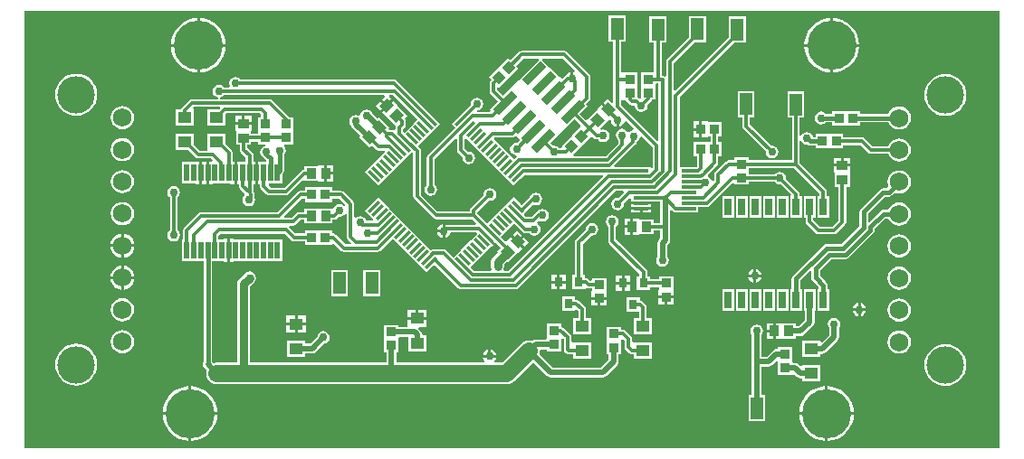
<source format=gbr>
%TF.GenerationSoftware,Altium Limited,Altium Designer,18.1.9 (240)*%
G04 Layer_Physical_Order=1*
G04 Layer_Color=255*
%FSLAX26Y26*%
%MOIN*%
%TF.FileFunction,Copper,L1,Top,Signal*%
%TF.Part,Single*%
G01*
G75*
%TA.AperFunction,SMDPad,CuDef*%
%ADD10R,0.033465X0.037402*%
%ADD11R,0.045276X0.080709*%
%ADD12R,0.019291X0.064961*%
%ADD13R,0.051181X0.043307*%
%ADD14R,0.039370X0.035433*%
%ADD15R,0.035433X0.039370*%
%ADD16R,0.037402X0.033465*%
G04:AMPARAMS|DCode=17|XSize=11.811mil|YSize=53.15mil|CornerRadius=0mil|HoleSize=0mil|Usage=FLASHONLY|Rotation=315.000|XOffset=0mil|YOffset=0mil|HoleType=Round|Shape=Rectangle|*
%AMROTATEDRECTD17*
4,1,4,-0.022967,-0.014615,0.014615,0.022967,0.022967,0.014615,-0.014615,-0.022967,-0.022967,-0.014615,0.0*
%
%ADD17ROTATEDRECTD17*%

G04:AMPARAMS|DCode=18|XSize=11.811mil|YSize=53.15mil|CornerRadius=0mil|HoleSize=0mil|Usage=FLASHONLY|Rotation=45.000|XOffset=0mil|YOffset=0mil|HoleType=Round|Shape=Rectangle|*
%AMROTATEDRECTD18*
4,1,4,0.014615,-0.022967,-0.022967,0.014615,-0.014615,0.022967,0.022967,-0.014615,0.014615,-0.022967,0.0*
%
%ADD18ROTATEDRECTD18*%

G04:AMPARAMS|DCode=19|XSize=39.37mil|YSize=35.433mil|CornerRadius=0mil|HoleSize=0mil|Usage=FLASHONLY|Rotation=45.000|XOffset=0mil|YOffset=0mil|HoleType=Round|Shape=Rectangle|*
%AMROTATEDRECTD19*
4,1,4,-0.001392,-0.026447,-0.026447,-0.001392,0.001392,0.026447,0.026447,0.001392,-0.001392,-0.026447,0.0*
%
%ADD19ROTATEDRECTD19*%

G04:AMPARAMS|DCode=20|XSize=39.37mil|YSize=35.433mil|CornerRadius=0mil|HoleSize=0mil|Usage=FLASHONLY|Rotation=135.000|XOffset=0mil|YOffset=0mil|HoleType=Round|Shape=Rectangle|*
%AMROTATEDRECTD20*
4,1,4,0.026447,-0.001392,0.001392,-0.026447,-0.026447,0.001392,-0.001392,0.026447,0.026447,-0.001392,0.0*
%
%ADD20ROTATEDRECTD20*%

%ADD21R,0.080709X0.045276*%
%ADD22R,0.031496X0.035433*%
G04:AMPARAMS|DCode=23|XSize=37.402mil|YSize=33.465mil|CornerRadius=0mil|HoleSize=0mil|Usage=FLASHONLY|Rotation=135.000|XOffset=0mil|YOffset=0mil|HoleType=Round|Shape=Rectangle|*
%AMROTATEDRECTD23*
4,1,4,0.025055,-0.001392,0.001392,-0.025055,-0.025055,0.001392,-0.001392,0.025055,0.025055,-0.001392,0.0*
%
%ADD23ROTATEDRECTD23*%

G04:AMPARAMS|DCode=24|XSize=29.921mil|YSize=94.488mil|CornerRadius=0mil|HoleSize=0mil|Usage=FLASHONLY|Rotation=135.000|XOffset=0mil|YOffset=0mil|HoleType=Round|Shape=Rectangle|*
%AMROTATEDRECTD24*
4,1,4,0.043985,0.022828,-0.022828,-0.043985,-0.043985,-0.022828,0.022828,0.043985,0.043985,0.022828,0.0*
%
%ADD24ROTATEDRECTD24*%

%ADD25R,0.053150X0.011811*%
%ADD26R,0.027559X0.062992*%
%TA.AperFunction,Conductor*%
%ADD27C,0.011811*%
%ADD28C,0.015000*%
%ADD29C,0.019685*%
%ADD30C,0.062992*%
%ADD31C,0.031496*%
%ADD32C,0.015748*%
%TA.AperFunction,ViaPad*%
%ADD33C,0.181102*%
%TA.AperFunction,ComponentPad*%
%ADD34C,0.137795*%
%ADD35C,0.068898*%
%TA.AperFunction,ViaPad*%
%ADD36C,0.030000*%
%ADD37C,0.050000*%
G36*
X4596104Y2450434D02*
X4596103Y836967D01*
X1004401D01*
X1004401Y2450434D01*
X4596104Y2450434D01*
D02*
G37*
%LPC*%
G36*
X3981378Y2423380D02*
Y2327835D01*
X4076923D01*
X4075474Y2342546D01*
X4069725Y2361500D01*
X4060388Y2378968D01*
X4047822Y2394279D01*
X4032512Y2406844D01*
X4015044Y2416181D01*
X3996090Y2421931D01*
X3981378Y2423380D01*
D02*
G37*
G36*
X3971378D02*
X3956666Y2421931D01*
X3937713Y2416181D01*
X3920244Y2406844D01*
X3904934Y2394279D01*
X3892368Y2378968D01*
X3883031Y2361500D01*
X3877282Y2342546D01*
X3875833Y2327835D01*
X3971378D01*
Y2423380D01*
D02*
G37*
G36*
X1650002D02*
Y2327835D01*
X1745547D01*
X1744098Y2342546D01*
X1738349Y2361500D01*
X1729012Y2378968D01*
X1716446Y2394279D01*
X1701135Y2406844D01*
X1683667Y2416181D01*
X1664713Y2421931D01*
X1650002Y2423380D01*
D02*
G37*
G36*
X1640002D02*
X1625290Y2421931D01*
X1606336Y2416181D01*
X1588868Y2406844D01*
X1573557Y2394279D01*
X1560992Y2378968D01*
X1551655Y2361500D01*
X1545906Y2342546D01*
X1544457Y2327835D01*
X1640002D01*
Y2423380D01*
D02*
G37*
G36*
X4076923Y2317835D02*
X3981378D01*
Y2222289D01*
X3996090Y2223738D01*
X4015044Y2229488D01*
X4032512Y2238825D01*
X4047822Y2251390D01*
X4060388Y2266701D01*
X4069725Y2284169D01*
X4075474Y2303123D01*
X4076923Y2317835D01*
D02*
G37*
G36*
X3971378D02*
X3875833D01*
X3877282Y2303123D01*
X3883031Y2284169D01*
X3892368Y2266701D01*
X3904934Y2251390D01*
X3920244Y2238825D01*
X3937713Y2229488D01*
X3956666Y2223738D01*
X3971378Y2222289D01*
Y2317835D01*
D02*
G37*
G36*
X1745547D02*
X1650002D01*
Y2222289D01*
X1664713Y2223738D01*
X1683667Y2229488D01*
X1701135Y2238825D01*
X1716446Y2251390D01*
X1729012Y2266701D01*
X1738349Y2284169D01*
X1744098Y2303123D01*
X1745547Y2317835D01*
D02*
G37*
G36*
X1640002D02*
X1544457D01*
X1545906Y2303123D01*
X1551655Y2284169D01*
X1560992Y2266701D01*
X1573557Y2251390D01*
X1588868Y2238825D01*
X1606336Y2229488D01*
X1625290Y2223738D01*
X1640002Y2222289D01*
Y2317835D01*
D02*
G37*
G36*
X3217479Y2432245D02*
X3156141D01*
Y2335474D01*
X3172600D01*
Y2196849D01*
Y2113238D01*
X3167057Y2110942D01*
X3152005Y2125994D01*
X3135942Y2109931D01*
X3156932Y2088940D01*
X3149861Y2081869D01*
X3128871Y2102860D01*
X3112808Y2086797D01*
X3114200Y2085405D01*
X3078010Y2049215D01*
X3072566Y2047873D01*
X3049529Y2070910D01*
X3078567Y2099948D01*
X3072357Y2106158D01*
X3083810Y2117611D01*
X3086891Y2122221D01*
X3087972Y2127659D01*
Y2206316D01*
X3086891Y2211754D01*
X3083810Y2216364D01*
X3001827Y2298348D01*
X2997216Y2301428D01*
X2991778Y2302510D01*
X2835780D01*
X2830342Y2301428D01*
X2825732Y2298348D01*
X2794297Y2266913D01*
X2785443Y2275768D01*
X2750421Y2240747D01*
X2749253Y2239578D01*
X2714232Y2204557D01*
X2723086Y2195702D01*
X2721110Y2193727D01*
X2718030Y2189116D01*
X2716948Y2183678D01*
Y2152041D01*
X2718030Y2146603D01*
X2721110Y2141993D01*
X2746924Y2116179D01*
X2717887Y2087142D01*
X2722858Y2082170D01*
X2719341Y2077202D01*
X2672675D01*
X2672084Y2083202D01*
X2679132Y2084604D01*
X2686750Y2089694D01*
X2691841Y2097313D01*
X2693628Y2106299D01*
X2691841Y2115286D01*
X2686750Y2122904D01*
X2679132Y2127994D01*
X2670146Y2129782D01*
X2661159Y2127994D01*
X2653541Y2122904D01*
X2648450Y2115286D01*
X2646663Y2106299D01*
X2647225Y2103474D01*
X2601889Y2058139D01*
X2601112Y2056976D01*
X2577612Y2033476D01*
X2591339Y2019749D01*
X2489952Y1918361D01*
X2486872Y1913751D01*
X2485790Y1908313D01*
Y1809543D01*
X2483395Y1807943D01*
X2478305Y1800325D01*
X2476517Y1791339D01*
X2478305Y1782352D01*
X2483395Y1774734D01*
X2491014Y1769643D01*
X2500000Y1767856D01*
X2508986Y1769643D01*
X2516605Y1774734D01*
X2521695Y1782352D01*
X2523483Y1791339D01*
X2521695Y1800325D01*
X2516605Y1807943D01*
X2514210Y1809543D01*
Y1902427D01*
X2591334Y1979552D01*
X2596877Y1977255D01*
Y1936169D01*
X2597959Y1930731D01*
X2601039Y1926121D01*
X2616855Y1910305D01*
X2616294Y1907480D01*
X2618081Y1898494D01*
X2623171Y1890875D01*
X2630790Y1885785D01*
X2639776Y1883997D01*
X2648763Y1885785D01*
X2656381Y1890875D01*
X2661471Y1898494D01*
X2663259Y1907480D01*
X2661471Y1916466D01*
X2656381Y1924085D01*
X2648763Y1929175D01*
X2639776Y1930963D01*
X2636951Y1930401D01*
X2625297Y1942055D01*
Y1977305D01*
X2631297Y1979790D01*
X2653000Y1958088D01*
X2688967Y1922120D01*
X2722597Y1888491D01*
X2758565Y1852523D01*
X2772484Y1838604D01*
X2806114Y1804974D01*
X2829613Y1828474D01*
X2830777Y1829251D01*
X2846056Y1844530D01*
X3132972D01*
X3135268Y1838987D01*
X2786711Y1490430D01*
X2771196D01*
X2768367Y1495722D01*
X2768867Y1496470D01*
X2770712Y1505748D01*
Y1514120D01*
X2782085Y1525493D01*
X2784539Y1523039D01*
X2820729Y1559228D01*
X2822121Y1557836D01*
X2838184Y1573899D01*
X2817193Y1594890D01*
X2796203Y1615880D01*
X2780140Y1599817D01*
X2774183Y1599713D01*
X2757811Y1616085D01*
X2779667Y1637941D01*
X2807313Y1665587D01*
X2838520Y1634380D01*
X2843130Y1631300D01*
X2848568Y1630218D01*
X2863597D01*
X2865197Y1627823D01*
X2872816Y1622733D01*
X2881802Y1620945D01*
X2890789Y1622733D01*
X2898407Y1627823D01*
X2903497Y1635441D01*
X2905285Y1644428D01*
X2903497Y1653414D01*
X2898407Y1661033D01*
X2893857Y1664073D01*
X2892694Y1671396D01*
X2898669Y1677370D01*
X2902681Y1674689D01*
X2911668Y1672901D01*
X2920654Y1674689D01*
X2928272Y1679779D01*
X2933363Y1687398D01*
X2935150Y1696384D01*
X2933363Y1705370D01*
X2928272Y1712989D01*
X2920654Y1718079D01*
X2911668Y1719867D01*
X2902681Y1718079D01*
X2895063Y1712989D01*
X2892831Y1709648D01*
X2892149Y1709512D01*
X2887539Y1706432D01*
X2872016Y1690909D01*
X2850021D01*
X2844104Y1696826D01*
X2845392Y1703281D01*
X2877318Y1735206D01*
X2878809Y1734210D01*
X2887795Y1732423D01*
X2896781Y1734210D01*
X2904400Y1739301D01*
X2909490Y1746919D01*
X2911278Y1755906D01*
X2909490Y1764892D01*
X2904400Y1772510D01*
X2896781Y1777601D01*
X2887795Y1779388D01*
X2878809Y1777601D01*
X2871190Y1772510D01*
X2866100Y1764892D01*
X2865836Y1763565D01*
X2864777Y1762858D01*
X2835344Y1733425D01*
X2830777Y1737992D01*
X2829613Y1738770D01*
X2806114Y1762270D01*
X2786404Y1742560D01*
X2772484Y1728639D01*
X2744645Y1700801D01*
X2708870Y1665026D01*
X2672711Y1701186D01*
Y1706480D01*
X2716417Y1750187D01*
X2719242Y1749625D01*
X2728229Y1751413D01*
X2735847Y1756503D01*
X2740937Y1764122D01*
X2742725Y1773108D01*
X2740937Y1782094D01*
X2735847Y1789713D01*
X2728229Y1794803D01*
X2719242Y1796591D01*
X2710256Y1794803D01*
X2702637Y1789713D01*
X2697547Y1782094D01*
X2695760Y1773108D01*
X2696321Y1770283D01*
X2648453Y1722414D01*
X2645372Y1717804D01*
X2644291Y1712366D01*
Y1709510D01*
X2526219D01*
X2464210Y1771519D01*
Y1931640D01*
X2463128Y1937078D01*
X2460048Y1941688D01*
X2451584Y1950152D01*
X2487359Y1985927D01*
X2501278Y1999846D01*
X2534907Y2033476D01*
X2511408Y2056976D01*
X2510630Y2058139D01*
X2375191Y2193578D01*
X2370581Y2196659D01*
X2365143Y2197740D01*
X1800007D01*
X1798637Y2199791D01*
X1791019Y2204881D01*
X1782033Y2206669D01*
X1773046Y2204881D01*
X1765428Y2199791D01*
X1760337Y2192173D01*
X1758550Y2183186D01*
X1760337Y2174200D01*
X1761282Y2172786D01*
X1758453Y2167494D01*
X1739457D01*
X1737627Y2170233D01*
X1730008Y2175324D01*
X1721022Y2177111D01*
X1712036Y2175324D01*
X1704417Y2170233D01*
X1699327Y2162615D01*
X1697539Y2153629D01*
X1699327Y2144642D01*
X1704417Y2137024D01*
X1712036Y2131933D01*
X1717479Y2130851D01*
X1716888Y2124851D01*
X1622475D01*
X1617037Y2123769D01*
X1612427Y2120689D01*
X1584345Y2092607D01*
X1581265Y2087997D01*
X1581036Y2086849D01*
X1560771D01*
Y2027479D01*
X1628015D01*
Y2086849D01*
X1626619D01*
X1624323Y2092392D01*
X1628361Y2096431D01*
X1723835D01*
X1726131Y2090887D01*
X1722092Y2086849D01*
X1678881D01*
Y2027479D01*
X1746125D01*
Y2070690D01*
X1747840Y2072404D01*
X1870632D01*
X1875554Y2067483D01*
Y2058228D01*
X1863032D01*
Y2013048D01*
X1863031Y2008700D01*
X1863032Y2002700D01*
Y1996494D01*
X1838740D01*
Y2006732D01*
X1840709D01*
Y2029448D01*
X1781339D01*
Y2006732D01*
X1783307D01*
Y1955552D01*
X1796814D01*
Y1937993D01*
X1797895Y1932555D01*
X1800976Y1927945D01*
X1819003Y1909918D01*
Y1892958D01*
X1801678D01*
Y1894927D01*
X1787032D01*
Y1852446D01*
Y1809966D01*
X1793412D01*
Y1804069D01*
X1794494Y1798631D01*
X1797574Y1794021D01*
X1815516Y1776080D01*
X1814928Y1770109D01*
X1814104Y1769558D01*
X1809014Y1761940D01*
X1807226Y1752954D01*
X1809014Y1743967D01*
X1814104Y1736349D01*
X1821722Y1731258D01*
X1830709Y1729471D01*
X1839695Y1731258D01*
X1847313Y1736349D01*
X1852404Y1743967D01*
X1854191Y1752954D01*
X1852709Y1760405D01*
X1852794Y1760828D01*
Y1773108D01*
X1851712Y1778546D01*
X1848632Y1783156D01*
X1847422Y1784365D01*
Y1809966D01*
X1853802D01*
Y1852446D01*
Y1894927D01*
X1847422D01*
Y1915804D01*
X1846341Y1921242D01*
X1843261Y1925852D01*
X1825234Y1943879D01*
Y1955552D01*
X1838740D01*
Y1968074D01*
X1863032D01*
Y1957520D01*
X1889912D01*
X1890503Y1951520D01*
X1887236Y1950870D01*
X1879618Y1945780D01*
X1874527Y1938162D01*
X1872740Y1929175D01*
X1874527Y1920189D01*
X1879618Y1912570D01*
X1887236Y1907480D01*
X1887677Y1907392D01*
X1894149Y1900921D01*
Y1892958D01*
X1878448D01*
Y1894927D01*
X1863802D01*
Y1852446D01*
Y1809966D01*
X1870185D01*
Y1804882D01*
X1871266Y1799444D01*
X1874347Y1794834D01*
X1895606Y1773574D01*
X1900216Y1770494D01*
X1905654Y1769412D01*
X1966608D01*
X1972045Y1770494D01*
X1976656Y1773574D01*
X2028749Y1825667D01*
X2034292Y1823371D01*
Y1822677D01*
X2085472D01*
Y1820709D01*
X2108188D01*
Y1850394D01*
Y1880079D01*
X2085472D01*
Y1878110D01*
X2034292D01*
Y1864604D01*
X2033379D01*
X2027941Y1863522D01*
X2023331Y1860442D01*
X1960722Y1797832D01*
X1911540D01*
X1903438Y1805935D01*
X1905923Y1811935D01*
X1953252D01*
Y1847728D01*
X1955307Y1849783D01*
X1958739Y1854921D01*
X1959945Y1860981D01*
Y1917490D01*
X1960714Y1918004D01*
X1965804Y1925622D01*
X1967592Y1934609D01*
X1965804Y1943595D01*
X1960714Y1951214D01*
X1960255Y1951520D01*
X1962075Y1957520D01*
X1995236D01*
Y2002700D01*
X1995236Y2007048D01*
X1995236Y2013048D01*
Y2058228D01*
X1978715D01*
X1978552Y2058472D01*
X1916335Y2120689D01*
X1911725Y2123769D01*
X1906287Y2124851D01*
X1725156D01*
X1724565Y2130851D01*
X1730008Y2131933D01*
X1737627Y2137024D01*
X1738997Y2139075D01*
X2329190D01*
X2331486Y2133531D01*
X2321662Y2123707D01*
X2337726Y2107644D01*
X2355180Y2125099D01*
X2346749Y2133531D01*
X2349045Y2139075D01*
X2361662D01*
X2452144Y2048593D01*
X2438418Y2034868D01*
X2403040Y1999489D01*
X2398565Y2003500D01*
Y2013404D01*
X2404146Y2018985D01*
X2407226Y2023595D01*
X2408307Y2029033D01*
Y2044201D01*
X2407226Y2049639D01*
X2404146Y2054249D01*
X2403561Y2054833D01*
X2413112Y2064384D01*
X2376923Y2100573D01*
X2378314Y2101965D01*
X2362251Y2118028D01*
X2341261Y2097038D01*
X2320271Y2076047D01*
X2336334Y2059984D01*
X2337726Y2061376D01*
X2372487Y2026615D01*
X2371227Y2024728D01*
X2370145Y2019290D01*
Y2011688D01*
X2364145Y2008481D01*
X2363363Y2009004D01*
X2357925Y2010085D01*
X2347961D01*
X2345476Y2016085D01*
X2348386Y2018996D01*
X2309189Y2058193D01*
X2303869Y2052873D01*
X2285866Y2070876D01*
X2285647Y2071978D01*
X2280557Y2079597D01*
X2272938Y2084687D01*
X2263952Y2086475D01*
X2254965Y2084687D01*
X2247347Y2079597D01*
X2242257Y2071978D01*
X2241086Y2066095D01*
X2234800Y2063079D01*
X2233396Y2064017D01*
X2224409Y2065805D01*
X2215423Y2064017D01*
X2207805Y2058927D01*
X2202714Y2051308D01*
X2200927Y2042322D01*
X2202714Y2033336D01*
X2207108Y2026761D01*
X2207572Y2024423D01*
X2211523Y2018511D01*
X2240515Y1989519D01*
X2235195Y1984199D01*
X2274392Y1945002D01*
X2282550Y1953160D01*
X2296940Y1938771D01*
X2301550Y1935691D01*
X2306988Y1934609D01*
X2330320D01*
X2332616Y1929066D01*
X2299224Y1895674D01*
X2285304Y1881754D01*
X2257465Y1853915D01*
X2306406Y1804974D01*
X2320326Y1818894D01*
X2340036Y1838604D01*
X2376004Y1874572D01*
X2403842Y1902411D01*
X2431488Y1930056D01*
X2435790Y1925755D01*
Y1765633D01*
X2436872Y1760195D01*
X2439952Y1755585D01*
X2510285Y1685252D01*
X2514895Y1682171D01*
X2520333Y1681090D01*
X2652615D01*
X2666797Y1666907D01*
X2664501Y1661364D01*
X2558995D01*
X2557731Y1661113D01*
X2554167Y1661821D01*
Y1637326D01*
Y1612831D01*
X2558922Y1613777D01*
X2567191Y1619302D01*
X2572717Y1627572D01*
X2573785Y1632944D01*
X2666985D01*
X2668511Y1632441D01*
X2670788Y1626944D01*
X2647210Y1603366D01*
X2619371Y1575527D01*
X2611242Y1567398D01*
X2583596Y1539752D01*
X2557400Y1565947D01*
X2552790Y1569027D01*
X2547352Y1570109D01*
X2509489D01*
X2504051Y1569027D01*
X2501412Y1567264D01*
X2501277Y1567398D01*
X2487359Y1581317D01*
X2459520Y1609155D01*
X2431681Y1636994D01*
X2403842Y1664833D01*
X2376004Y1692672D01*
X2348165Y1720511D01*
X2340036Y1728639D01*
X2306406Y1762270D01*
X2257465Y1713329D01*
X2271385Y1699409D01*
X2289541Y1681253D01*
X2287245Y1675709D01*
X2262515D01*
X2261912Y1678744D01*
X2256821Y1686362D01*
X2249203Y1691453D01*
X2240217Y1693240D01*
X2231230Y1691453D01*
X2224934Y1687246D01*
X2218934Y1689340D01*
Y1736542D01*
X2217853Y1741980D01*
X2214772Y1746590D01*
X2179660Y1781701D01*
X2175050Y1784782D01*
X2169613Y1785863D01*
X2136968D01*
Y1798386D01*
X2091788D01*
X2087440Y1798386D01*
X2081440Y1798386D01*
X2036260D01*
Y1785863D01*
X2019725D01*
X2014287Y1784782D01*
X2009677Y1781701D01*
X1935106Y1707130D01*
X1654772D01*
X1649334Y1706048D01*
X1644724Y1702968D01*
X1592851Y1651094D01*
X1589770Y1646484D01*
X1588688Y1641046D01*
Y1607526D01*
X1585221D01*
Y1526503D01*
X1663453D01*
Y1153072D01*
X1662833Y1152144D01*
X1661446Y1145170D01*
X1662833Y1138196D01*
X1666784Y1132283D01*
X1675071Y1123996D01*
X1674363Y1122286D01*
X1673005Y1111967D01*
X1674363Y1101649D01*
X1678346Y1092033D01*
X1684682Y1083776D01*
X1692939Y1077440D01*
X1702554Y1073457D01*
X1712873Y1072099D01*
X2779446D01*
X2779447Y1072099D01*
X2789766Y1073457D01*
X2799381Y1077440D01*
X2807639Y1083776D01*
X2877785Y1153922D01*
X2928689Y1103018D01*
X2928689Y1103018D01*
X2934601Y1099068D01*
X2941575Y1097680D01*
X3133664D01*
X3133665Y1097680D01*
X3140639Y1099068D01*
X3146551Y1103018D01*
X3186626Y1143093D01*
X3186626Y1143093D01*
X3190577Y1149006D01*
X3191964Y1155980D01*
Y1183386D01*
X3200472D01*
Y1228565D01*
X3200472Y1232913D01*
X3200472Y1238193D01*
X3206472Y1240678D01*
X3214137Y1233014D01*
Y1210264D01*
X3215218Y1204826D01*
X3218298Y1200216D01*
X3231927Y1186587D01*
X3236538Y1183507D01*
X3241976Y1182425D01*
X3247676D01*
Y1166950D01*
X3314920D01*
Y1226320D01*
X3247676D01*
Y1226320D01*
X3242557Y1228446D01*
Y1238900D01*
X3241475Y1244338D01*
X3238394Y1248948D01*
X3217965Y1269377D01*
X3213355Y1272458D01*
X3207917Y1273539D01*
X3200472D01*
Y1284093D01*
X3147008D01*
Y1238913D01*
X3147008Y1234566D01*
X3147008Y1228565D01*
Y1183386D01*
X3155516D01*
Y1163529D01*
X3126116Y1134129D01*
X2949124D01*
X2900282Y1182971D01*
X2900990Y1184681D01*
X2902349Y1195000D01*
X2902128Y1196675D01*
X2906084Y1201186D01*
X2927333D01*
Y1194646D01*
X2980798D01*
Y1240546D01*
X2985929Y1242734D01*
X2990519Y1239003D01*
Y1200305D01*
X2991600Y1194867D01*
X2994681Y1190257D01*
X2998347Y1186590D01*
X3002957Y1183510D01*
X3008395Y1182428D01*
X3023772D01*
Y1166953D01*
X3091016D01*
Y1226323D01*
X3023772D01*
X3018939Y1229139D01*
Y1245287D01*
X3017857Y1250725D01*
X3014777Y1255335D01*
X2989474Y1280638D01*
X2984863Y1283718D01*
X2980798Y1284527D01*
Y1295354D01*
X2927333D01*
Y1250174D01*
X2927333Y1245826D01*
Y1241877D01*
X2923091Y1237634D01*
X2886890D01*
X2886890Y1237634D01*
X2879916Y1236247D01*
X2874664Y1232738D01*
X2872799Y1233510D01*
X2862480Y1234869D01*
X2852161Y1233510D01*
X2842546Y1229527D01*
X2834289Y1223191D01*
X2762933Y1151836D01*
X2736883D01*
X2735173Y1157836D01*
X2740124Y1165245D01*
X2741069Y1170000D01*
X2692079D01*
X2693024Y1165245D01*
X2697975Y1157836D01*
X2696265Y1151836D01*
X2373224D01*
Y1190236D01*
X2381732D01*
Y1235416D01*
X2381732Y1239764D01*
Y1243713D01*
X2385975Y1247956D01*
X2416378D01*
Y1194763D01*
X2483622D01*
Y1254133D01*
X2473352D01*
X2468224Y1256438D01*
X2466837Y1263411D01*
X2462887Y1269324D01*
X2462886Y1269324D01*
X2454864Y1277347D01*
X2457296Y1283347D01*
X2485590D01*
Y1310000D01*
X2450000D01*
X2414410D01*
Y1284404D01*
X2381732D01*
Y1290944D01*
X2328268D01*
Y1245764D01*
X2328268Y1241416D01*
X2328268Y1235416D01*
Y1190236D01*
X2336776D01*
Y1151836D01*
X1835269D01*
Y1432020D01*
X1850357Y1447107D01*
X1855612Y1454973D01*
X1857458Y1464251D01*
X1855612Y1473530D01*
X1850357Y1481396D01*
X1842491Y1486651D01*
X1833213Y1488497D01*
X1823934Y1486651D01*
X1816068Y1481396D01*
X1793880Y1459207D01*
X1788624Y1451341D01*
X1786778Y1442062D01*
Y1151836D01*
X1712873D01*
X1702554Y1150477D01*
X1700844Y1149769D01*
X1695888Y1154726D01*
Y1526503D01*
X1736795D01*
Y1524534D01*
X1751440D01*
Y1567014D01*
Y1609495D01*
X1736795D01*
Y1607526D01*
X1719470D01*
Y1620086D01*
X1726908Y1627523D01*
X1963091D01*
X1986489Y1604125D01*
X1991099Y1601045D01*
X1996537Y1599963D01*
X2036260D01*
Y1587441D01*
X2081440D01*
X2085788Y1587441D01*
X2091788Y1587441D01*
X2136968D01*
Y1590879D01*
X2142511Y1593175D01*
X2170904Y1564782D01*
X2175514Y1561702D01*
X2180952Y1560620D01*
X2305709D01*
X2311147Y1561702D01*
X2315757Y1564782D01*
X2360885Y1609909D01*
X2402450Y1568344D01*
X2438418Y1532376D01*
X2458128Y1512666D01*
X2485967Y1484827D01*
X2509467Y1508327D01*
X2510630Y1509105D01*
X2515198Y1513672D01*
X2602067Y1426802D01*
X2606677Y1423722D01*
X2612115Y1422640D01*
X2813268D01*
X2818706Y1423722D01*
X2823316Y1426802D01*
X3181987Y1785474D01*
X3208516D01*
X3210812Y1779931D01*
X3191795Y1760913D01*
X3188970Y1761475D01*
X3179984Y1759687D01*
X3172365Y1754597D01*
X3167275Y1746979D01*
X3165487Y1737992D01*
X3167275Y1729006D01*
X3172365Y1721387D01*
X3179984Y1716297D01*
X3188970Y1714509D01*
X3197956Y1716297D01*
X3205575Y1721387D01*
X3210665Y1729006D01*
X3212453Y1737992D01*
X3211891Y1740817D01*
X3231059Y1759985D01*
X3237727Y1758168D01*
X3238149Y1756535D01*
X3238149D01*
Y1745630D01*
X3274724D01*
X3311299D01*
Y1746104D01*
X3345317D01*
Y1667753D01*
X3320039D01*
Y1681260D01*
X3268859D01*
Y1683228D01*
X3246142D01*
Y1653543D01*
Y1623858D01*
X3268859D01*
Y1625827D01*
X3320039D01*
Y1639333D01*
X3345317D01*
Y1612088D01*
X3340499Y1607269D01*
X3336548Y1601357D01*
X3335161Y1594383D01*
X3335161Y1594382D01*
Y1542938D01*
X3331690Y1537743D01*
X3329903Y1528756D01*
X3331690Y1519770D01*
X3336780Y1512151D01*
X3344399Y1507061D01*
X3353385Y1505274D01*
X3362372Y1507061D01*
X3369990Y1512151D01*
X3375080Y1519770D01*
X3376868Y1528756D01*
X3375080Y1537743D01*
X3371609Y1542938D01*
Y1586834D01*
X3376428Y1591652D01*
X3376428Y1591653D01*
X3380378Y1597565D01*
X3381766Y1604539D01*
X3381766Y1604540D01*
Y1653543D01*
Y1714154D01*
X3387309Y1716450D01*
X3392863Y1710896D01*
X3397474Y1707816D01*
X3402912Y1706734D01*
X3449920D01*
X3451292Y1707007D01*
X3484526D01*
Y1726420D01*
X3517323D01*
X3522761Y1727502D01*
X3527371Y1730582D01*
X3612268Y1815479D01*
X3618268Y1812993D01*
Y1808386D01*
X3671732D01*
Y1818940D01*
X3767741D01*
X3769341Y1816545D01*
X3776959Y1811455D01*
X3785946Y1809667D01*
X3788770Y1810229D01*
X3827212Y1771787D01*
X3824727Y1765787D01*
X3823189D01*
Y1686733D01*
X3866811D01*
Y1765787D01*
X3859210D01*
Y1774096D01*
X3858128Y1779534D01*
X3855048Y1784144D01*
X3808866Y1830325D01*
X3809428Y1833150D01*
X3807641Y1842136D01*
X3802550Y1849755D01*
X3794932Y1854845D01*
X3785946Y1856633D01*
X3776959Y1854845D01*
X3769341Y1849755D01*
X3767741Y1847360D01*
X3671732D01*
Y1857914D01*
X3671733D01*
Y1859566D01*
X3671732D01*
Y1870120D01*
X3838130D01*
X3930790Y1777460D01*
Y1765787D01*
X3923189D01*
Y1686733D01*
X3966811D01*
Y1765787D01*
X3959210D01*
Y1783346D01*
X3958128Y1788784D01*
X3955048Y1793394D01*
X3858226Y1890216D01*
Y1969275D01*
X3864132Y1970339D01*
X3869223Y1962721D01*
X3876841Y1957630D01*
X3885827Y1955843D01*
X3887226Y1956121D01*
X3890589Y1953873D01*
X3896649Y1952668D01*
X3917653D01*
Y1941772D01*
X3962834D01*
X3967180Y1941772D01*
X3973181Y1941772D01*
X4018362D01*
Y1954294D01*
X4082617D01*
X4110266Y1926645D01*
X4114876Y1923565D01*
X4120314Y1922483D01*
X4184906D01*
X4187894Y1915270D01*
X4194703Y1906396D01*
X4203577Y1899587D01*
X4213910Y1895306D01*
X4225000Y1893847D01*
X4236090Y1895306D01*
X4246423Y1899587D01*
X4255297Y1906396D01*
X4262106Y1915270D01*
X4266387Y1925604D01*
X4267847Y1936693D01*
X4266387Y1947783D01*
X4262106Y1958117D01*
X4255297Y1966991D01*
X4246423Y1973800D01*
X4236090Y1978080D01*
X4225000Y1979540D01*
X4213910Y1978080D01*
X4203577Y1973800D01*
X4194703Y1966991D01*
X4187894Y1958117D01*
X4184906Y1950903D01*
X4126200D01*
X4098551Y1978552D01*
X4093941Y1981632D01*
X4088503Y1982714D01*
X4018362D01*
Y1995236D01*
X3973181D01*
X3968834Y1995236D01*
X3962834Y1995236D01*
X3917653D01*
Y1984340D01*
X3908313D01*
X3907523Y1988312D01*
X3902432Y1995930D01*
X3894814Y2001021D01*
X3885827Y2002808D01*
X3876841Y2001021D01*
X3869223Y1995930D01*
X3864132Y1988312D01*
X3858226Y1989376D01*
Y2055810D01*
X3875669D01*
Y2152581D01*
X3814331D01*
Y2055810D01*
X3829806D01*
Y1898540D01*
X3671732D01*
Y1909094D01*
X3618268D01*
Y1898540D01*
X3596928D01*
X3591490Y1897458D01*
X3586881Y1894378D01*
X3548575Y1856072D01*
X3545494Y1851462D01*
X3544413Y1846024D01*
Y1824263D01*
X3541150Y1821646D01*
X3534862Y1823801D01*
X3534519Y1825526D01*
X3528993Y1833796D01*
X3522446Y1838171D01*
X3520757Y1844967D01*
X3555064Y1879274D01*
X3558144Y1883884D01*
X3559226Y1889322D01*
X3559226Y1889323D01*
Y1913268D01*
X3569780D01*
Y1966732D01*
X3559226D01*
Y1986418D01*
X3569776D01*
Y2039882D01*
X3520565D01*
Y2041851D01*
X3498832D01*
Y2013150D01*
Y1984449D01*
X3520565D01*
Y1986418D01*
X3530806D01*
Y1966732D01*
X3520252D01*
Y1966733D01*
X3518600D01*
Y1966732D01*
X3469072D01*
Y1913268D01*
X3479626D01*
Y1874210D01*
X3478366Y1872950D01*
X3449920D01*
X3448548Y1872677D01*
X3417122D01*
Y2130961D01*
X3618680Y2332520D01*
X3659923D01*
Y2429291D01*
X3598584D01*
Y2352616D01*
X3401761Y2155793D01*
X3396218Y2158089D01*
Y2257697D01*
X3472025Y2333504D01*
X3513267D01*
Y2430276D01*
X3451929D01*
Y2353600D01*
X3371960Y2273631D01*
X3368880Y2269021D01*
X3367798Y2263583D01*
Y2210648D01*
X3367145Y2210086D01*
X3361798Y2207990D01*
X3358823Y2209978D01*
X3353385Y2211059D01*
X3350941D01*
Y2332520D01*
X3367401D01*
Y2429291D01*
X3306062D01*
Y2332520D01*
X3322521D01*
Y2222522D01*
X3274566D01*
Y2177342D01*
X3274566Y2172994D01*
X3274566Y2166994D01*
Y2129087D01*
X3272115Y2127355D01*
X3268566Y2126260D01*
X3264984Y2128653D01*
X3260001Y2129644D01*
Y2166085D01*
X3260001Y2170433D01*
X3260001Y2176433D01*
Y2221613D01*
X3206536D01*
Y2221613D01*
X3201020Y2222781D01*
Y2335474D01*
X3217479D01*
Y2432245D01*
D02*
G37*
G36*
X2314591Y2116636D02*
X2297137Y2099182D01*
X2313200Y2083118D01*
X2330655Y2100573D01*
X2314591Y2116636D01*
D02*
G37*
G36*
X4225000Y2097650D02*
X4213910Y2096190D01*
X4203577Y2091910D01*
X4194703Y2085101D01*
X4187894Y2076227D01*
X4185579Y2070639D01*
X4080196D01*
Y2081536D01*
X4035015D01*
X4030669Y2081536D01*
X4024669Y2081536D01*
X3979488D01*
Y2070639D01*
X3954126D01*
X3953613Y2071408D01*
X3945994Y2076499D01*
X3937008Y2078286D01*
X3928021Y2076499D01*
X3920403Y2071408D01*
X3915313Y2063790D01*
X3913525Y2054803D01*
X3915313Y2045817D01*
X3920403Y2038199D01*
X3928021Y2033108D01*
X3937008Y2031321D01*
X3945994Y2033108D01*
X3953613Y2038199D01*
X3954126Y2038968D01*
X3979488D01*
Y2028071D01*
X4024669D01*
X4029015Y2028071D01*
X4035015Y2028071D01*
X4080196D01*
Y2038968D01*
X4185579D01*
X4187894Y2033380D01*
X4194703Y2024506D01*
X4203577Y2017697D01*
X4213910Y2013417D01*
X4225000Y2011957D01*
X4236090Y2013417D01*
X4246423Y2017697D01*
X4255297Y2024506D01*
X4262106Y2033380D01*
X4266387Y2043714D01*
X4267847Y2054803D01*
X4266387Y2065893D01*
X4262106Y2076227D01*
X4255297Y2085101D01*
X4246423Y2091910D01*
X4236090Y2096190D01*
X4225000Y2097650D01*
D02*
G37*
G36*
X1195000Y2218050D02*
X1179919Y2216565D01*
X1165418Y2212166D01*
X1152054Y2205023D01*
X1140340Y2195409D01*
X1130726Y2183695D01*
X1123583Y2170331D01*
X1119184Y2155830D01*
X1117699Y2140749D01*
X1119184Y2125668D01*
X1123583Y2111167D01*
X1130726Y2097803D01*
X1140340Y2086089D01*
X1152054Y2076475D01*
X1165418Y2069332D01*
X1179919Y2064933D01*
X1195000Y2063448D01*
X1210081Y2064933D01*
X1224582Y2069332D01*
X1237946Y2076475D01*
X1249660Y2086089D01*
X1259274Y2097803D01*
X1266417Y2111167D01*
X1270816Y2125668D01*
X1272301Y2140749D01*
X1270816Y2155830D01*
X1266417Y2170331D01*
X1259274Y2183695D01*
X1249660Y2195409D01*
X1237946Y2205023D01*
X1224582Y2212166D01*
X1210081Y2216565D01*
X1195000Y2218050D01*
D02*
G37*
G36*
X4395078Y2216751D02*
X4379997Y2215265D01*
X4365496Y2210867D01*
X4352132Y2203723D01*
X4340418Y2194110D01*
X4330804Y2182396D01*
X4323661Y2169031D01*
X4319262Y2154530D01*
X4317777Y2139449D01*
X4319262Y2124369D01*
X4323661Y2109867D01*
X4330804Y2096503D01*
X4340418Y2084789D01*
X4352132Y2075176D01*
X4365496Y2068032D01*
X4379997Y2063633D01*
X4395078Y2062148D01*
X4410159Y2063633D01*
X4424660Y2068032D01*
X4438024Y2075176D01*
X4449738Y2084789D01*
X4459352Y2096503D01*
X4466495Y2109867D01*
X4470894Y2124369D01*
X4472379Y2139449D01*
X4470894Y2154530D01*
X4466495Y2169031D01*
X4459352Y2182396D01*
X4449738Y2194110D01*
X4438024Y2203723D01*
X4424660Y2210867D01*
X4410159Y2215265D01*
X4395078Y2216751D01*
D02*
G37*
G36*
X1840709Y2062164D02*
X1816024D01*
Y2039448D01*
X1840709D01*
Y2062164D01*
D02*
G37*
G36*
X1806024D02*
X1781339D01*
Y2039448D01*
X1806024D01*
Y2062164D01*
D02*
G37*
G36*
X3488832Y2041851D02*
X3467100D01*
Y2018150D01*
X3488832D01*
Y2041851D01*
D02*
G37*
G36*
X1365078Y2098950D02*
X1353988Y2097490D01*
X1343655Y2093209D01*
X1334781Y2086400D01*
X1327972Y2077526D01*
X1323691Y2067193D01*
X1322231Y2056103D01*
X1323691Y2045013D01*
X1327972Y2034680D01*
X1334781Y2025806D01*
X1343655Y2018996D01*
X1353988Y2014716D01*
X1365078Y2013256D01*
X1376168Y2014716D01*
X1386501Y2018996D01*
X1395375Y2025806D01*
X1402185Y2034680D01*
X1406465Y2045013D01*
X1407925Y2056103D01*
X1406465Y2067193D01*
X1402185Y2077526D01*
X1395375Y2086400D01*
X1386501Y2093209D01*
X1376168Y2097490D01*
X1365078Y2098950D01*
D02*
G37*
G36*
X3488832Y2008150D02*
X3467100D01*
Y1984449D01*
X3488832D01*
Y2008150D01*
D02*
G37*
G36*
X1746125Y1996297D02*
X1678881D01*
Y1936927D01*
X1673730Y1934878D01*
X1650160D01*
X1628015Y1957023D01*
Y1996297D01*
X1560771D01*
Y1936927D01*
X1607919D01*
X1634226Y1910620D01*
X1638837Y1907539D01*
X1644274Y1906458D01*
X1692209D01*
X1697740Y1900927D01*
X1695255Y1894927D01*
X1684670D01*
Y1852446D01*
Y1809966D01*
X1699316D01*
Y1811935D01*
X1762387D01*
Y1809966D01*
X1777032D01*
Y1852446D01*
Y1894927D01*
X1770650D01*
Y1926612D01*
X1769569Y1932050D01*
X1766488Y1936660D01*
X1746125Y1957023D01*
Y1996297D01*
D02*
G37*
G36*
X3691417Y2154685D02*
X3630079D01*
Y2057913D01*
X3646538D01*
Y2024860D01*
X3647620Y2019422D01*
X3650700Y2014812D01*
X3733553Y1931959D01*
X3732991Y1929134D01*
X3734779Y1920148D01*
X3739869Y1912529D01*
X3747487Y1907439D01*
X3756474Y1905651D01*
X3765460Y1907439D01*
X3773079Y1912529D01*
X3778169Y1920148D01*
X3779956Y1929134D01*
X3778169Y1938120D01*
X3773079Y1945739D01*
X3765460Y1950829D01*
X3756474Y1952617D01*
X3753649Y1952055D01*
X3674958Y2030746D01*
Y2057913D01*
X3691417D01*
Y2154685D01*
D02*
G37*
G36*
X1365078Y1980840D02*
X1353988Y1979380D01*
X1343655Y1975100D01*
X1334781Y1968290D01*
X1327972Y1959416D01*
X1323691Y1949083D01*
X1322231Y1937993D01*
X1323691Y1926903D01*
X1327972Y1916570D01*
X1334781Y1907696D01*
X1343655Y1900887D01*
X1353988Y1896606D01*
X1365078Y1895146D01*
X1376168Y1896606D01*
X1386501Y1900887D01*
X1395375Y1907696D01*
X1402185Y1916570D01*
X1406465Y1926903D01*
X1407925Y1937993D01*
X1406465Y1949083D01*
X1402185Y1959416D01*
X1395375Y1968290D01*
X1386501Y1975100D01*
X1376168Y1979380D01*
X1365078Y1980840D01*
D02*
G37*
G36*
X4045433Y1908107D02*
X4020748D01*
Y1885390D01*
X4045433D01*
Y1908107D01*
D02*
G37*
G36*
X4010748D02*
X3986063D01*
Y1885390D01*
X4010748D01*
Y1908107D01*
D02*
G37*
G36*
X2140905Y1880079D02*
X2118188D01*
Y1855394D01*
X2140905D01*
Y1880079D01*
D02*
G37*
G36*
Y1845394D02*
X2118188D01*
Y1820709D01*
X2140905D01*
Y1845394D01*
D02*
G37*
G36*
X1674670Y1894927D02*
X1659079D01*
Y1852446D01*
Y1809966D01*
X1674670D01*
Y1852446D01*
Y1894927D01*
D02*
G37*
G36*
X1649079D02*
X1634433D01*
Y1892958D01*
X1585221D01*
Y1811935D01*
X1634433D01*
Y1809966D01*
X1649079D01*
Y1852446D01*
Y1894927D01*
D02*
G37*
G36*
X1365078Y1862730D02*
X1353988Y1861270D01*
X1343655Y1856989D01*
X1334781Y1850180D01*
X1327972Y1841306D01*
X1323691Y1830973D01*
X1322231Y1819883D01*
X1323691Y1808793D01*
X1327972Y1798460D01*
X1334781Y1789586D01*
X1343655Y1782776D01*
X1353988Y1778496D01*
X1365078Y1777036D01*
X1376168Y1778496D01*
X1386501Y1782776D01*
X1395375Y1789586D01*
X1402185Y1798460D01*
X1406465Y1808793D01*
X1407925Y1819883D01*
X1406465Y1830973D01*
X1402185Y1841306D01*
X1395375Y1850180D01*
X1386501Y1856989D01*
X1376168Y1861270D01*
X1365078Y1862730D01*
D02*
G37*
G36*
X4225000Y1861430D02*
X4213910Y1859970D01*
X4203577Y1855690D01*
X4194703Y1848881D01*
X4187894Y1840007D01*
X4183613Y1829673D01*
X4182153Y1818583D01*
X4183613Y1807494D01*
X4185928Y1801906D01*
X4179857Y1795836D01*
X4165945D01*
X4159885Y1794630D01*
X4154747Y1791198D01*
X4083291Y1719741D01*
X4079858Y1714603D01*
X4078652Y1708543D01*
Y1658057D01*
X4011115Y1590520D01*
X3957652D01*
X3951592Y1589314D01*
X3946454Y1585882D01*
X3833802Y1473230D01*
X3830370Y1468092D01*
X3829164Y1462032D01*
Y1423267D01*
X3823189D01*
Y1344213D01*
X3866811D01*
Y1423267D01*
X3860836D01*
Y1455473D01*
X3895944Y1490581D01*
X3901487Y1488284D01*
Y1465944D01*
X3902692Y1459884D01*
X3906125Y1454746D01*
X3929164Y1431707D01*
Y1423267D01*
X3923189D01*
Y1344213D01*
X3966811D01*
Y1423267D01*
X3960836D01*
Y1438267D01*
X3959630Y1444327D01*
X3956198Y1449465D01*
X3933159Y1472504D01*
Y1492440D01*
X3974567Y1533848D01*
X4028030D01*
X4034090Y1535054D01*
X4039227Y1538486D01*
X4130686Y1629945D01*
X4134119Y1635083D01*
X4135324Y1641143D01*
Y1645685D01*
X4174277Y1684638D01*
X4185579D01*
X4187894Y1679050D01*
X4194703Y1670176D01*
X4203577Y1663367D01*
X4213910Y1659086D01*
X4225000Y1657627D01*
X4236090Y1659086D01*
X4246423Y1663367D01*
X4255297Y1670176D01*
X4262106Y1679050D01*
X4266387Y1689384D01*
X4267847Y1700473D01*
X4266387Y1711563D01*
X4262106Y1721897D01*
X4255297Y1730771D01*
X4246423Y1737580D01*
X4236090Y1741860D01*
X4225000Y1743320D01*
X4213910Y1741860D01*
X4203577Y1737580D01*
X4194703Y1730771D01*
X4187894Y1721897D01*
X4185579Y1716309D01*
X4167717D01*
X4161657Y1715104D01*
X4156520Y1711671D01*
X4115867Y1671019D01*
X4110324Y1673315D01*
Y1701984D01*
X4172504Y1764164D01*
X4186417D01*
X4192477Y1765370D01*
X4197614Y1768802D01*
X4208323Y1779511D01*
X4213910Y1777197D01*
X4225000Y1775736D01*
X4236090Y1777197D01*
X4246423Y1781477D01*
X4255297Y1788286D01*
X4262106Y1797160D01*
X4266387Y1807494D01*
X4267847Y1818583D01*
X4266387Y1829673D01*
X4262106Y1840007D01*
X4255297Y1848881D01*
X4246423Y1855690D01*
X4236090Y1859970D01*
X4225000Y1861430D01*
D02*
G37*
G36*
X3311299Y1735630D02*
X3274724D01*
X3238149D01*
Y1725944D01*
X3274724D01*
X3311299D01*
Y1735630D01*
D02*
G37*
G36*
Y1715944D02*
X3279724D01*
Y1705039D01*
X3311299D01*
Y1715944D01*
D02*
G37*
G36*
X3269724D02*
X3238149D01*
Y1705039D01*
X3269724D01*
Y1715944D01*
D02*
G37*
G36*
X3816811Y1765787D02*
X3773189D01*
Y1686733D01*
X3816811D01*
Y1765787D01*
D02*
G37*
G36*
X3766811D02*
X3723189D01*
Y1686733D01*
X3766811D01*
Y1765787D01*
D02*
G37*
G36*
X3716811D02*
X3673189D01*
Y1686733D01*
X3716811D01*
Y1765787D01*
D02*
G37*
G36*
X3666811D02*
X3623189D01*
Y1686733D01*
X3666811D01*
Y1765787D01*
D02*
G37*
G36*
X3616811D02*
X3573189D01*
Y1686733D01*
X3616811D01*
Y1765787D01*
D02*
G37*
G36*
X1365078Y1744618D02*
X1353988Y1743158D01*
X1343655Y1738878D01*
X1334781Y1732068D01*
X1327972Y1723194D01*
X1323691Y1712861D01*
X1322231Y1701771D01*
X1323691Y1690681D01*
X1327972Y1680348D01*
X1334781Y1671474D01*
X1343655Y1664665D01*
X1353988Y1660384D01*
X1365078Y1658924D01*
X1376168Y1660384D01*
X1386501Y1664665D01*
X1395375Y1671474D01*
X1402185Y1680348D01*
X1406465Y1690681D01*
X1407925Y1701771D01*
X1406465Y1712861D01*
X1402185Y1723194D01*
X1395375Y1732068D01*
X1386501Y1738878D01*
X1376168Y1743158D01*
X1365078Y1744618D01*
D02*
G37*
G36*
X3236142Y1683228D02*
X3213426D01*
Y1658543D01*
X3236142D01*
Y1683228D01*
D02*
G37*
G36*
X4045433Y1875390D02*
X3986063D01*
Y1852674D01*
X3988032D01*
Y1801494D01*
X4001538D01*
Y1676713D01*
X3978681Y1653856D01*
X3933622D01*
X3909210Y1678268D01*
Y1686733D01*
X3916811D01*
Y1765787D01*
X3873189D01*
Y1686733D01*
X3880790D01*
Y1672382D01*
X3881872Y1666944D01*
X3884952Y1662334D01*
X3917688Y1629598D01*
X3922298Y1626517D01*
X3927736Y1625436D01*
X3984567D01*
X3990005Y1626517D01*
X3994615Y1629598D01*
X4025796Y1660779D01*
X4028876Y1665389D01*
X4029958Y1670827D01*
Y1801494D01*
X4043465D01*
Y1852674D01*
X4045433D01*
Y1875390D01*
D02*
G37*
G36*
X2544167Y1661821D02*
X2539413Y1660876D01*
X2531143Y1655350D01*
X2525618Y1647081D01*
X2524672Y1642326D01*
X2544167D01*
Y1661821D01*
D02*
G37*
G36*
X3236142Y1648543D02*
X3213426D01*
Y1623858D01*
X3236142D01*
Y1648543D01*
D02*
G37*
G36*
X3093268Y1667910D02*
X3084281Y1666123D01*
X3076663Y1661033D01*
X3071573Y1653414D01*
X3069785Y1644428D01*
X3070347Y1641603D01*
X3035749Y1607005D01*
X3032669Y1602395D01*
X3031587Y1596957D01*
Y1475118D01*
X3022017D01*
Y1423622D01*
X3069576D01*
Y1424330D01*
X3075576Y1427537D01*
X3076572Y1426872D01*
X3082010Y1425790D01*
X3093268D01*
Y1415552D01*
X3091299D01*
Y1393820D01*
X3120000D01*
X3148701D01*
Y1415552D01*
X3146732D01*
Y1464764D01*
X3093268D01*
Y1455727D01*
X3087268Y1454838D01*
X3082688Y1459418D01*
X3078078Y1462498D01*
X3072640Y1463580D01*
X3069576D01*
Y1475118D01*
X3060007D01*
Y1591071D01*
X3090443Y1621507D01*
X3093268Y1620945D01*
X3102254Y1622733D01*
X3109872Y1627823D01*
X3114963Y1635441D01*
X3116750Y1644428D01*
X3114963Y1653414D01*
X3109872Y1661033D01*
X3102254Y1666123D01*
X3093268Y1667910D01*
D02*
G37*
G36*
X2544167Y1632326D02*
X2524672D01*
X2525618Y1627572D01*
X2531143Y1619302D01*
X2539413Y1613777D01*
X2544167Y1612831D01*
Y1632326D01*
D02*
G37*
G36*
X2819337Y1639014D02*
X2803274Y1622951D01*
X2820729Y1605496D01*
X2836792Y1621559D01*
X2819337Y1639014D01*
D02*
G37*
G36*
X1554393Y1803483D02*
X1545407Y1801695D01*
X1537788Y1796605D01*
X1532698Y1788986D01*
X1530910Y1780000D01*
X1532698Y1771014D01*
X1537788Y1763395D01*
X1540183Y1761795D01*
Y1641237D01*
X1537788Y1639637D01*
X1532698Y1632018D01*
X1530910Y1623032D01*
X1532698Y1614045D01*
X1537788Y1606427D01*
X1545407Y1601337D01*
X1554393Y1599549D01*
X1563380Y1601337D01*
X1570998Y1606427D01*
X1576088Y1614045D01*
X1577876Y1623032D01*
X1576088Y1632018D01*
X1570998Y1639637D01*
X1568603Y1641237D01*
Y1761795D01*
X1570998Y1763395D01*
X1576088Y1771014D01*
X1577876Y1780000D01*
X1576088Y1788986D01*
X1570998Y1796605D01*
X1563380Y1801695D01*
X1554393Y1803483D01*
D02*
G37*
G36*
X1370078Y1627835D02*
Y1588661D01*
X1409252D01*
X1408383Y1595264D01*
X1403904Y1606077D01*
X1396779Y1615362D01*
X1387494Y1622487D01*
X1376681Y1626966D01*
X1370078Y1627835D01*
D02*
G37*
G36*
X1360078D02*
X1353475Y1626966D01*
X1342662Y1622487D01*
X1333377Y1615362D01*
X1326252Y1606077D01*
X1321773Y1595264D01*
X1320904Y1588661D01*
X1360078D01*
Y1627835D01*
D02*
G37*
G36*
X2843863Y1614488D02*
X2827800Y1598425D01*
X2845255Y1580970D01*
X2861318Y1597033D01*
X2843863Y1614488D01*
D02*
G37*
G36*
X4225000Y1625210D02*
X4213910Y1623750D01*
X4203577Y1619470D01*
X4194703Y1612661D01*
X4187894Y1603787D01*
X4183613Y1593453D01*
X4182153Y1582363D01*
X4183613Y1571274D01*
X4187894Y1560940D01*
X4194703Y1552066D01*
X4203577Y1545257D01*
X4213910Y1540976D01*
X4225000Y1539516D01*
X4236090Y1540976D01*
X4246423Y1545257D01*
X4255297Y1552066D01*
X4262106Y1560940D01*
X4266387Y1571274D01*
X4267847Y1582363D01*
X4266387Y1593453D01*
X4262106Y1603787D01*
X4255297Y1612661D01*
X4246423Y1619470D01*
X4236090Y1623750D01*
X4225000Y1625210D01*
D02*
G37*
G36*
X1409252Y1578661D02*
X1370078D01*
Y1539487D01*
X1376681Y1540356D01*
X1387494Y1544835D01*
X1396779Y1551960D01*
X1403904Y1561245D01*
X1408383Y1572057D01*
X1409252Y1578661D01*
D02*
G37*
G36*
X1360078D02*
X1320904D01*
X1321773Y1572057D01*
X1326252Y1561245D01*
X1333377Y1551960D01*
X1342662Y1544835D01*
X1353475Y1540356D01*
X1360078Y1539487D01*
Y1578661D01*
D02*
G37*
G36*
X1776086Y1609495D02*
X1761440D01*
Y1567014D01*
Y1524534D01*
X1776086D01*
Y1526503D01*
X1953252D01*
Y1607526D01*
X1776086D01*
Y1609495D01*
D02*
G37*
G36*
X3699016Y1496334D02*
Y1476839D01*
X3718511D01*
X3717566Y1481593D01*
X3712040Y1489863D01*
X3703771Y1495388D01*
X3699016Y1496334D01*
D02*
G37*
G36*
X3689016D02*
X3684262Y1495388D01*
X3675992Y1489863D01*
X3670466Y1481593D01*
X3669521Y1476839D01*
X3689016D01*
Y1496334D01*
D02*
G37*
G36*
X1370078Y1509725D02*
Y1470551D01*
X1409252D01*
X1408383Y1477155D01*
X1403904Y1487967D01*
X1396779Y1497252D01*
X1387494Y1504377D01*
X1376681Y1508856D01*
X1370078Y1509725D01*
D02*
G37*
G36*
X1360078D02*
X1353475Y1508856D01*
X1342662Y1504377D01*
X1333377Y1497252D01*
X1326252Y1487967D01*
X1321773Y1477155D01*
X1320904Y1470551D01*
X1360078D01*
Y1509725D01*
D02*
G37*
G36*
X2996741Y1477086D02*
X2975993D01*
Y1454370D01*
X2996741D01*
Y1477086D01*
D02*
G37*
G36*
X2965993D02*
X2945245D01*
Y1454370D01*
X2965993D01*
Y1477086D01*
D02*
G37*
G36*
X3234212Y1472716D02*
X3213464D01*
Y1450000D01*
X3234212D01*
Y1472716D01*
D02*
G37*
G36*
X3203464D02*
X3182716D01*
Y1450000D01*
X3203464D01*
Y1472716D01*
D02*
G37*
G36*
X3718511Y1466839D02*
X3699016D01*
Y1447344D01*
X3703771Y1448289D01*
X3712040Y1453815D01*
X3717566Y1462084D01*
X3718511Y1466839D01*
D02*
G37*
G36*
X3689016D02*
X3669521D01*
X3670466Y1462084D01*
X3675992Y1453815D01*
X3684262Y1448289D01*
X3689016Y1447344D01*
Y1466839D01*
D02*
G37*
G36*
X2996741Y1444370D02*
X2975993D01*
Y1421653D01*
X2996741D01*
Y1444370D01*
D02*
G37*
G36*
X2965993D02*
X2945245D01*
Y1421653D01*
X2965993D01*
Y1444370D01*
D02*
G37*
G36*
X4225000Y1507098D02*
X4213910Y1505638D01*
X4203577Y1501358D01*
X4194703Y1494549D01*
X4187894Y1485675D01*
X4183613Y1475341D01*
X4182153Y1464251D01*
X4183613Y1453162D01*
X4187894Y1442828D01*
X4194703Y1433954D01*
X4203577Y1427145D01*
X4213910Y1422864D01*
X4225000Y1421405D01*
X4236090Y1422864D01*
X4246423Y1427145D01*
X4255297Y1433954D01*
X4262106Y1442828D01*
X4266387Y1453162D01*
X4267847Y1464251D01*
X4266387Y1475341D01*
X4262106Y1485675D01*
X4255297Y1494549D01*
X4246423Y1501358D01*
X4236090Y1505638D01*
X4225000Y1507098D01*
D02*
G37*
G36*
X1409252Y1460551D02*
X1370078D01*
Y1421377D01*
X1376681Y1422246D01*
X1387494Y1426725D01*
X1396779Y1433850D01*
X1403904Y1443135D01*
X1408383Y1453947D01*
X1409252Y1460551D01*
D02*
G37*
G36*
X1360078D02*
X1320904D01*
X1321773Y1453947D01*
X1326252Y1443135D01*
X1333377Y1433850D01*
X1342662Y1426725D01*
X1353475Y1422246D01*
X1360078Y1421377D01*
Y1460551D01*
D02*
G37*
G36*
X3234212Y1440000D02*
X3213464D01*
Y1417284D01*
X3234212D01*
Y1440000D01*
D02*
G37*
G36*
X3203464D02*
X3182716D01*
Y1417284D01*
X3203464D01*
Y1440000D01*
D02*
G37*
G36*
X3168348Y1695864D02*
X3159362Y1694077D01*
X3151743Y1688986D01*
X3146653Y1681368D01*
X3144865Y1672382D01*
X3146653Y1663395D01*
X3151743Y1655777D01*
X3154138Y1654177D01*
Y1600856D01*
X3155220Y1595418D01*
X3158300Y1590808D01*
X3269058Y1480050D01*
Y1470748D01*
X3259488D01*
Y1419252D01*
X3307048D01*
Y1430790D01*
X3340039D01*
Y1420552D01*
X3338070D01*
Y1398820D01*
X3366771D01*
X3395472D01*
Y1420552D01*
X3393503D01*
Y1469764D01*
X3340039D01*
Y1459210D01*
X3307048D01*
Y1470748D01*
X3297478D01*
Y1485936D01*
X3296396Y1491374D01*
X3293316Y1495984D01*
X3182558Y1606742D01*
Y1654177D01*
X3184953Y1655777D01*
X3190043Y1663395D01*
X3191831Y1672382D01*
X3190043Y1681368D01*
X3184953Y1688986D01*
X3177335Y1694077D01*
X3168348Y1695864D01*
D02*
G37*
G36*
X2314134Y1493386D02*
X2252795D01*
Y1396614D01*
X2314134D01*
Y1493386D01*
D02*
G37*
G36*
X2196024D02*
X2134685D01*
Y1396614D01*
X2196024D01*
Y1493386D01*
D02*
G37*
G36*
X3395472Y1388820D02*
X3371771D01*
Y1367088D01*
X3395472D01*
Y1388820D01*
D02*
G37*
G36*
X3361771D02*
X3338070D01*
Y1367088D01*
X3361771D01*
Y1388820D01*
D02*
G37*
G36*
X3148701Y1383820D02*
X3125000D01*
Y1362088D01*
X3148701D01*
Y1383820D01*
D02*
G37*
G36*
X3115000D02*
X3091299D01*
Y1362088D01*
X3115000D01*
Y1383820D01*
D02*
G37*
G36*
X4083004Y1372643D02*
Y1353148D01*
X4102499D01*
X4101553Y1357902D01*
X4096028Y1366172D01*
X4087758Y1371697D01*
X4083004Y1372643D01*
D02*
G37*
G36*
X4073004D02*
X4068249Y1371697D01*
X4059980Y1366172D01*
X4054454Y1357902D01*
X4053508Y1353148D01*
X4073004D01*
Y1372643D01*
D02*
G37*
G36*
X3816811Y1423267D02*
X3773189D01*
Y1344213D01*
X3816811D01*
Y1423267D01*
D02*
G37*
G36*
X3766811D02*
X3723189D01*
Y1344213D01*
X3766811D01*
Y1423267D01*
D02*
G37*
G36*
X3716811D02*
X3673189D01*
Y1344213D01*
X3716811D01*
Y1423267D01*
D02*
G37*
G36*
X3666811D02*
X3623189D01*
Y1344213D01*
X3666811D01*
Y1423267D01*
D02*
G37*
G36*
X3616811D02*
X3573189D01*
Y1344213D01*
X3616811D01*
Y1423267D01*
D02*
G37*
G36*
X4102499Y1343148D02*
X4083004D01*
Y1323653D01*
X4087758Y1324599D01*
X4096028Y1330124D01*
X4101553Y1338393D01*
X4102499Y1343148D01*
D02*
G37*
G36*
X4073004D02*
X4053508D01*
X4054454Y1338393D01*
X4059980Y1330124D01*
X4068249Y1324599D01*
X4073004Y1323653D01*
Y1343148D01*
D02*
G37*
G36*
X2485590Y1346653D02*
X2455000D01*
Y1320000D01*
X2485590D01*
Y1346653D01*
D02*
G37*
G36*
X2445000D02*
X2414410D01*
Y1320000D01*
X2445000D01*
Y1346653D01*
D02*
G37*
G36*
X1365078Y1390288D02*
X1353988Y1388828D01*
X1343655Y1384547D01*
X1334781Y1377738D01*
X1327972Y1368864D01*
X1323691Y1358531D01*
X1322231Y1347441D01*
X1323691Y1336351D01*
X1327972Y1326018D01*
X1334781Y1317144D01*
X1343655Y1310334D01*
X1353988Y1306054D01*
X1365078Y1304594D01*
X1376168Y1306054D01*
X1386501Y1310334D01*
X1395375Y1317144D01*
X1402185Y1326018D01*
X1406465Y1336351D01*
X1407925Y1347441D01*
X1406465Y1358531D01*
X1402185Y1368864D01*
X1395375Y1377738D01*
X1386501Y1384547D01*
X1376168Y1388828D01*
X1365078Y1390288D01*
D02*
G37*
G36*
X4225000Y1388988D02*
X4213910Y1387528D01*
X4203577Y1383248D01*
X4194703Y1376439D01*
X4187894Y1367565D01*
X4183613Y1357231D01*
X4182153Y1346141D01*
X4183613Y1335052D01*
X4187894Y1324718D01*
X4194703Y1315844D01*
X4203577Y1309035D01*
X4213910Y1304755D01*
X4225000Y1303294D01*
X4236090Y1304755D01*
X4246423Y1309035D01*
X4255297Y1315844D01*
X4262106Y1324718D01*
X4266387Y1335052D01*
X4267847Y1346141D01*
X4266387Y1357231D01*
X4262106Y1367565D01*
X4255297Y1376439D01*
X4246423Y1383248D01*
X4236090Y1387528D01*
X4225000Y1388988D01*
D02*
G37*
G36*
X2040748Y1326300D02*
X2010158D01*
Y1299647D01*
X2040748D01*
Y1326300D01*
D02*
G37*
G36*
X2000158D02*
X1969567D01*
Y1299647D01*
X2000158D01*
Y1326300D01*
D02*
G37*
G36*
X3916811Y1423267D02*
X3873189D01*
Y1344213D01*
X3876776D01*
Y1308535D01*
X3854891Y1286650D01*
X3844646D01*
Y1296142D01*
X3793466D01*
Y1298111D01*
X3770750D01*
Y1268426D01*
Y1238741D01*
X3793466D01*
Y1240709D01*
X3844646D01*
Y1250202D01*
X3862439D01*
X3862440Y1250202D01*
X3869414Y1251589D01*
X3875327Y1255540D01*
X3907887Y1288100D01*
X3911837Y1294012D01*
X3913224Y1300986D01*
X3913224Y1300986D01*
Y1344213D01*
X3916811D01*
Y1423267D01*
D02*
G37*
G36*
X3760750Y1298111D02*
X3738033D01*
Y1273426D01*
X3760750D01*
Y1298111D01*
D02*
G37*
G36*
X2040748Y1289647D02*
X2010158D01*
Y1262993D01*
X2040748D01*
Y1289647D01*
D02*
G37*
G36*
X2000158D02*
X1969567D01*
Y1262993D01*
X2000158D01*
Y1289647D01*
D02*
G37*
G36*
X3032174Y1396378D02*
X2984615D01*
Y1344882D01*
X3032174D01*
Y1346452D01*
X3037718Y1348748D01*
X3043184Y1343282D01*
Y1316875D01*
X3023772D01*
Y1257505D01*
X3091016D01*
Y1316875D01*
X3071604D01*
Y1349168D01*
X3070523Y1354606D01*
X3067442Y1359216D01*
X3045980Y1380678D01*
X3041370Y1383758D01*
X3035932Y1384840D01*
X3032174D01*
Y1396378D01*
D02*
G37*
G36*
X3269646Y1392008D02*
X3222086D01*
Y1340512D01*
X3267088D01*
Y1316872D01*
X3247676D01*
Y1257502D01*
X3314920D01*
Y1316872D01*
X3295508D01*
Y1355788D01*
X3294426Y1361226D01*
X3291346Y1365836D01*
X3280874Y1376308D01*
X3276264Y1379388D01*
X3270826Y1380470D01*
X3269646D01*
Y1392008D01*
D02*
G37*
G36*
X3760750Y1263426D02*
X3738033D01*
Y1238741D01*
X3760750D01*
Y1263426D01*
D02*
G37*
G36*
X3985552Y1318129D02*
X3976566Y1316342D01*
X3968947Y1311251D01*
X3963857Y1303633D01*
X3962069Y1294646D01*
X3963857Y1285660D01*
X3967328Y1280465D01*
Y1253651D01*
X3939622Y1225945D01*
X3933622Y1228431D01*
Y1232204D01*
X3866378D01*
Y1172834D01*
X3933622D01*
Y1184295D01*
X3941968D01*
X3941969Y1184295D01*
X3948943Y1185682D01*
X3954855Y1189633D01*
X3998438Y1233216D01*
X3998438Y1233216D01*
X4002389Y1239128D01*
X4003776Y1246102D01*
X4003776Y1246103D01*
Y1280465D01*
X4007247Y1285660D01*
X4009035Y1294646D01*
X4007247Y1303633D01*
X4002157Y1311251D01*
X3994538Y1316342D01*
X3985552Y1318129D01*
D02*
G37*
G36*
X2106024Y1268483D02*
X2097038Y1266695D01*
X2089420Y1261605D01*
X2084329Y1253986D01*
X2083110Y1247859D01*
X2057570Y1222319D01*
X2038780D01*
Y1233779D01*
X1971536D01*
Y1174409D01*
X2038780D01*
Y1185870D01*
X2065118D01*
X2065119Y1185870D01*
X2072093Y1187257D01*
X2078005Y1191208D01*
X2108883Y1222086D01*
X2115011Y1223305D01*
X2122629Y1228395D01*
X2127720Y1236014D01*
X2129507Y1245000D01*
X2127720Y1253986D01*
X2122629Y1261605D01*
X2115011Y1266695D01*
X2106024Y1268483D01*
D02*
G37*
G36*
X1365078Y1272178D02*
X1353988Y1270718D01*
X1343655Y1266438D01*
X1334781Y1259628D01*
X1327972Y1250754D01*
X1323691Y1240421D01*
X1322231Y1229331D01*
X1323691Y1218241D01*
X1327972Y1207908D01*
X1334781Y1199034D01*
X1343655Y1192225D01*
X1353988Y1187944D01*
X1365078Y1186484D01*
X1376168Y1187944D01*
X1386501Y1192225D01*
X1395375Y1199034D01*
X1402185Y1207908D01*
X1406465Y1218241D01*
X1407925Y1229331D01*
X1406465Y1240421D01*
X1402185Y1250754D01*
X1395375Y1259628D01*
X1386501Y1266438D01*
X1376168Y1270718D01*
X1365078Y1272178D01*
D02*
G37*
G36*
X4225000Y1270878D02*
X4213910Y1269418D01*
X4203577Y1265138D01*
X4194703Y1258329D01*
X4187894Y1249455D01*
X4183613Y1239121D01*
X4182153Y1228031D01*
X4183613Y1216942D01*
X4187894Y1206608D01*
X4194703Y1197734D01*
X4203577Y1190925D01*
X4213910Y1186645D01*
X4225000Y1185185D01*
X4236090Y1186645D01*
X4246423Y1190925D01*
X4255297Y1197734D01*
X4262106Y1206608D01*
X4266387Y1216942D01*
X4267847Y1228031D01*
X4266387Y1239121D01*
X4262106Y1249455D01*
X4255297Y1258329D01*
X4246423Y1265138D01*
X4236090Y1269418D01*
X4225000Y1270878D01*
D02*
G37*
G36*
X2721574Y1199495D02*
Y1180000D01*
X2741069D01*
X2740124Y1184755D01*
X2734598Y1193024D01*
X2726329Y1198550D01*
X2721574Y1199495D01*
D02*
G37*
G36*
X2711574D02*
X2706820Y1198550D01*
X2698550Y1193024D01*
X2693024Y1184755D01*
X2692079Y1180000D01*
X2711574D01*
Y1199495D01*
D02*
G37*
G36*
X3700787Y1291909D02*
X3691801Y1290121D01*
X3684183Y1285031D01*
X3679092Y1277412D01*
X3677305Y1268426D01*
X3679092Y1259440D01*
X3682563Y1254245D01*
Y1156300D01*
Y1032638D01*
X3670118D01*
Y935866D01*
X3731457D01*
Y1032638D01*
X3719012D01*
Y1138076D01*
X3745198D01*
X3745199Y1138076D01*
X3752173Y1139463D01*
X3758085Y1143414D01*
X3772461Y1157789D01*
X3778268Y1155111D01*
X3778268Y1152976D01*
Y1107796D01*
X3831732D01*
Y1107795D01*
X3837732Y1109725D01*
X3848376Y1099081D01*
X3848377Y1099081D01*
X3854289Y1095130D01*
X3861263Y1093743D01*
X3866378D01*
Y1082282D01*
X3933622D01*
Y1141652D01*
X3866378D01*
Y1140465D01*
X3860835Y1138169D01*
X3853557Y1145446D01*
X3847645Y1149396D01*
X3840671Y1150784D01*
X3840671Y1150784D01*
X3835975D01*
X3831732Y1155026D01*
Y1157323D01*
X3831732Y1163323D01*
Y1208503D01*
X3778268D01*
Y1202078D01*
X3772638Y1201964D01*
X3765664Y1200576D01*
X3759752Y1196626D01*
X3759751Y1196626D01*
X3737650Y1174524D01*
X3719012D01*
Y1254245D01*
X3722483Y1259440D01*
X3724270Y1268426D01*
X3722483Y1277412D01*
X3717392Y1285031D01*
X3709774Y1290121D01*
X3700787Y1291909D01*
D02*
G37*
G36*
X1195000Y1221986D02*
X1179919Y1220501D01*
X1165418Y1216102D01*
X1152054Y1208959D01*
X1140340Y1199345D01*
X1130726Y1187631D01*
X1123583Y1174267D01*
X1119184Y1159766D01*
X1117699Y1144685D01*
X1119184Y1129604D01*
X1123583Y1115103D01*
X1130726Y1101739D01*
X1140340Y1090025D01*
X1152054Y1080411D01*
X1165418Y1073268D01*
X1179919Y1068869D01*
X1195000Y1067384D01*
X1210081Y1068869D01*
X1224582Y1073268D01*
X1237946Y1080411D01*
X1249660Y1090025D01*
X1259274Y1101739D01*
X1266417Y1115103D01*
X1270816Y1129604D01*
X1272301Y1144685D01*
X1270816Y1159766D01*
X1266417Y1174267D01*
X1259274Y1187631D01*
X1249660Y1199345D01*
X1237946Y1208959D01*
X1224582Y1216102D01*
X1210081Y1220501D01*
X1195000Y1221986D01*
D02*
G37*
G36*
X4395078Y1220687D02*
X4379997Y1219201D01*
X4365496Y1214803D01*
X4352132Y1207659D01*
X4340418Y1198046D01*
X4330804Y1186332D01*
X4323661Y1172967D01*
X4319262Y1158466D01*
X4317777Y1143385D01*
X4319262Y1128305D01*
X4323661Y1113803D01*
X4330804Y1100439D01*
X4340418Y1088725D01*
X4352132Y1079112D01*
X4365496Y1071968D01*
X4379997Y1067569D01*
X4395078Y1066084D01*
X4410159Y1067569D01*
X4424660Y1071968D01*
X4438024Y1079112D01*
X4449738Y1088725D01*
X4459352Y1100439D01*
X4466495Y1113803D01*
X4470894Y1128305D01*
X4472379Y1143385D01*
X4470894Y1158466D01*
X4466495Y1172967D01*
X4459352Y1186332D01*
X4449738Y1198046D01*
X4438024Y1207659D01*
X4424660Y1214803D01*
X4410159Y1219201D01*
X4395078Y1220687D01*
D02*
G37*
G36*
X3962652Y1065112D02*
Y969567D01*
X4058197D01*
X4056748Y984278D01*
X4050999Y1003232D01*
X4041662Y1020700D01*
X4029096Y1036011D01*
X4013785Y1048577D01*
X3996318Y1057914D01*
X3977363Y1063663D01*
X3962652Y1065112D01*
D02*
G37*
G36*
X3952652D02*
X3937941Y1063663D01*
X3918986Y1057914D01*
X3901519Y1048577D01*
X3886208Y1036011D01*
X3873642Y1020700D01*
X3864305Y1003232D01*
X3858556Y984278D01*
X3857107Y969567D01*
X3952652D01*
Y1065112D01*
D02*
G37*
G36*
X1619173D02*
Y969567D01*
X1714718D01*
X1713270Y984278D01*
X1707520Y1003232D01*
X1698183Y1020700D01*
X1685618Y1036011D01*
X1670307Y1048577D01*
X1652839Y1057914D01*
X1633885Y1063663D01*
X1619173Y1065112D01*
D02*
G37*
G36*
X1609173D02*
X1594462Y1063663D01*
X1575508Y1057914D01*
X1558040Y1048577D01*
X1542729Y1036011D01*
X1530163Y1020700D01*
X1520826Y1003232D01*
X1515077Y984278D01*
X1513628Y969567D01*
X1609173D01*
Y1065112D01*
D02*
G37*
G36*
X4058197Y959567D02*
X3962652D01*
Y864022D01*
X3977363Y865471D01*
X3996318Y871220D01*
X4013785Y880557D01*
X4029096Y893122D01*
X4041662Y908433D01*
X4050999Y925901D01*
X4056748Y944855D01*
X4058197Y959567D01*
D02*
G37*
G36*
X3952652D02*
X3857107D01*
X3858556Y944855D01*
X3864305Y925901D01*
X3873642Y908433D01*
X3886208Y893122D01*
X3901519Y880557D01*
X3918986Y871220D01*
X3937941Y865471D01*
X3952652Y864022D01*
Y959567D01*
D02*
G37*
G36*
X1714718D02*
X1619173D01*
Y864022D01*
X1633885Y865471D01*
X1652839Y871220D01*
X1670307Y880557D01*
X1685618Y893122D01*
X1698183Y908433D01*
X1707520Y925901D01*
X1713270Y944855D01*
X1714718Y959567D01*
D02*
G37*
G36*
X1609173D02*
X1513628D01*
X1515077Y944855D01*
X1520826Y925901D01*
X1530163Y908433D01*
X1542729Y893122D01*
X1558040Y880557D01*
X1575508Y871220D01*
X1594462Y865471D01*
X1609173Y864022D01*
Y959567D01*
D02*
G37*
%LPD*%
G36*
X3030318Y2229664D02*
X3027363Y2224134D01*
X3025314Y2224542D01*
Y2200047D01*
X3015314D01*
Y2224542D01*
X3010559Y2223596D01*
X3002289Y2218071D01*
X2998799Y2212846D01*
X2994681Y2210095D01*
X2982943Y2198356D01*
X2975341Y2205958D01*
X2975341D01*
X2972501Y2206014D01*
X2939985Y2238530D01*
X2937146Y2241369D01*
X2910425Y2268090D01*
X2912911Y2274090D01*
X2985892D01*
X3030318Y2229664D01*
D02*
G37*
G36*
X2898835Y2268090D02*
X2826459Y2195714D01*
X2848009Y2174163D01*
Y2174163D01*
X2826459Y2195714D01*
X2796058Y2165313D01*
X2817543Y2143925D01*
X2817469Y2143902D01*
X2796058Y2165313D01*
X2767020Y2136275D01*
X2745368Y2157927D01*
Y2165581D01*
X2750912Y2167877D01*
X2752037Y2166752D01*
X2787058Y2201773D01*
Y2201773D01*
X2788227Y2202942D01*
X2823248Y2237963D01*
X2814393Y2246817D01*
X2841666Y2274090D01*
X2896349D01*
X2898835Y2268090D01*
D02*
G37*
G36*
X3339175Y1972104D02*
X3333632Y1969808D01*
X3201020Y2102420D01*
Y2119737D01*
X3206536Y2120905D01*
X3207020Y2120905D01*
X3219554D01*
X3220140Y2117961D01*
X3223220Y2113351D01*
X3231095Y2105477D01*
X3235705Y2102396D01*
X3241142Y2101315D01*
X3250447D01*
X3251241Y2100347D01*
X3253029Y2091361D01*
X3258119Y2083742D01*
X3265738Y2078652D01*
X3274724Y2076864D01*
X3283710Y2078652D01*
X3291329Y2083742D01*
X3296419Y2091361D01*
X3298207Y2100347D01*
X3297645Y2103172D01*
X3311346Y2116873D01*
X3314426Y2121483D01*
X3314492Y2121814D01*
X3328030D01*
Y2166994D01*
X3328030Y2171342D01*
X3328030Y2178397D01*
X3332273Y2182639D01*
X3339175D01*
Y1972104D01*
D02*
G37*
G36*
X3158759Y2047661D02*
X3163848Y2045390D01*
X3165421Y2037486D01*
X3170946Y2029216D01*
X3179215Y2023690D01*
X3183970Y2022745D01*
Y2047240D01*
X3193970D01*
Y2022745D01*
X3198724Y2023690D01*
X3206994Y2029216D01*
X3212519Y2037486D01*
X3213309Y2041454D01*
X3219819Y2043429D01*
X3248080Y2015168D01*
X3245299Y2009463D01*
X3237836Y2007979D01*
X3231311Y2003619D01*
X3230213Y2002889D01*
X3224067Y2004484D01*
X3221605Y2008168D01*
X3213986Y2013259D01*
X3205000Y2015046D01*
X3196014Y2013259D01*
X3188395Y2008168D01*
X3183305Y2000550D01*
X3181517Y1991563D01*
X3183305Y1982577D01*
X3188395Y1974959D01*
X3190790Y1973359D01*
Y1961229D01*
X3143966Y1914406D01*
X3028042D01*
X3025746Y1919949D01*
X3051425Y1945628D01*
X3055668Y1949870D01*
X3055668D01*
X3055668Y1949871D01*
X3088780Y1982982D01*
X3096299Y1983949D01*
X3100894Y1979354D01*
X3105503Y1976274D01*
X3110941Y1975192D01*
X3116401D01*
X3118001Y1972797D01*
X3125619Y1967707D01*
X3134606Y1965919D01*
X3143592Y1967707D01*
X3151211Y1972797D01*
X3156301Y1980416D01*
X3158088Y1989402D01*
X3156301Y1998389D01*
X3151211Y2006007D01*
X3143592Y2011097D01*
X3134606Y2012885D01*
X3127058Y2011383D01*
X3123612Y2016423D01*
X3153397Y2046208D01*
X3154789Y2044816D01*
X3157726Y2047753D01*
X3158759Y2047661D01*
D02*
G37*
G36*
X3051941Y2028306D02*
X3052884Y2022697D01*
X3020937Y1990750D01*
X3016694Y1986507D01*
X3016694D01*
X3016694Y1986507D01*
X2981673Y1951486D01*
X2984272Y1948887D01*
X2981976Y1943344D01*
X2972271D01*
X2970671Y1945739D01*
X2963052Y1950829D01*
X2954066Y1952617D01*
X2951241Y1952055D01*
X2940957Y1962338D01*
X2966152Y1987533D01*
X2970394Y1991762D01*
X2970394Y1991762D01*
X2970394Y1991762D01*
X3000402Y2021770D01*
X3000396Y2021777D01*
X3029433Y2050814D01*
X3051941Y2028306D01*
D02*
G37*
G36*
X2821113Y1983915D02*
X2821113D01*
X2827162Y1977866D01*
Y1971866D01*
X2818371Y1963074D01*
X2816314Y1963484D01*
X2807328Y1961696D01*
X2799710Y1956606D01*
X2794619Y1948987D01*
X2792832Y1940001D01*
X2794619Y1931014D01*
X2799710Y1923396D01*
X2807328Y1918306D01*
X2814909Y1916798D01*
X2816615Y1912188D01*
X2816713Y1910787D01*
X2815900Y1910244D01*
X2807313Y1901657D01*
X2793586Y1915384D01*
X2765747Y1943222D01*
X2733304Y1975666D01*
X2735789Y1981666D01*
X2800557D01*
X2805995Y1982747D01*
X2810606Y1985828D01*
X2814903Y1990125D01*
X2821113Y1983915D01*
D02*
G37*
G36*
X3317258Y1945990D02*
Y1872474D01*
X3315330Y1871038D01*
X3309330Y1872677D01*
Y1872677D01*
X3276096D01*
X3274724Y1872950D01*
X3178381D01*
X3176085Y1878493D01*
X3253774Y1956182D01*
X3256854Y1960793D01*
X3257885Y1965976D01*
X3263427Y1969679D01*
X3268517Y1977297D01*
X3270002Y1984761D01*
X3275706Y1987541D01*
X3317258Y1945990D01*
D02*
G37*
G36*
X2187262Y1733908D02*
X2187186Y1733606D01*
X2185591Y1732698D01*
X2180499Y1731604D01*
X2174341Y1735719D01*
X2165354Y1737507D01*
X2156368Y1735719D01*
X2148749Y1730629D01*
X2143839Y1723279D01*
X2138936Y1720630D01*
X2091788D01*
X2087440Y1720630D01*
X2081440Y1720630D01*
X2034292D01*
Y1707123D01*
X2015787D01*
X2010350Y1706042D01*
X2005739Y1702961D01*
X1989255Y1686477D01*
X1962484D01*
X1960188Y1692020D01*
X2025611Y1757444D01*
X2036260D01*
Y1744921D01*
X2081440D01*
X2085788Y1744921D01*
X2091788Y1744921D01*
X2136968D01*
Y1757444D01*
X2163727D01*
X2187262Y1733908D01*
D02*
G37*
G36*
X2190514Y1699424D02*
Y1617216D01*
X2191596Y1611778D01*
X2194676Y1607168D01*
X2207261Y1594583D01*
X2204965Y1589040D01*
X2186838D01*
X2151657Y1624221D01*
X2147047Y1627302D01*
X2141609Y1628383D01*
X2136968D01*
Y1640906D01*
X2091788D01*
X2087440Y1640906D01*
X2081440Y1640906D01*
X2036260D01*
Y1628383D01*
X2002423D01*
X1979025Y1651781D01*
X1978613Y1652057D01*
X1980433Y1658057D01*
X1995141D01*
X2000579Y1659138D01*
X2005189Y1662219D01*
X2021673Y1678703D01*
X2034292D01*
Y1665197D01*
X2081440D01*
X2085788Y1665197D01*
X2091788Y1665197D01*
X2138936D01*
Y1678703D01*
X2144244D01*
X2149682Y1679785D01*
X2154292Y1682865D01*
X2162530Y1691103D01*
X2165354Y1690541D01*
X2174341Y1692329D01*
X2181959Y1697419D01*
X2184514Y1701244D01*
X2190514Y1699424D01*
D02*
G37*
G36*
X2738772Y1594262D02*
X2739107Y1594597D01*
X2758406Y1575299D01*
X2745343Y1562236D01*
X2747797Y1559781D01*
X2729323Y1541307D01*
X2724067Y1533441D01*
X2722222Y1524163D01*
Y1505748D01*
X2724067Y1496470D01*
X2724567Y1495722D01*
X2721738Y1490430D01*
X2660756D01*
X2649456Y1501730D01*
Y1507730D01*
X2668312Y1526586D01*
X2696151Y1554425D01*
X2722597Y1580872D01*
X2723989Y1579480D01*
X2731701Y1587191D01*
X2705838Y1613053D01*
X2712910Y1620124D01*
X2738772Y1594262D01*
D02*
G37*
D10*
X4004251Y2054803D02*
D03*
X4055432D02*
D03*
X3942417Y1968504D02*
D03*
X3993598D02*
D03*
X2112204Y1771653D02*
D03*
X2061024D02*
D03*
X2112204Y1614173D02*
D03*
X2061024D02*
D03*
X3545012Y2013150D02*
D03*
X3493832D02*
D03*
X3545016Y1940000D02*
D03*
X3493836D02*
D03*
D11*
X3845000Y2104195D02*
D03*
X3660748Y2106299D02*
D03*
X2165354Y1445000D02*
D03*
X2283465D02*
D03*
X3186810Y2383860D02*
D03*
X3336731Y2380905D02*
D03*
X3629253D02*
D03*
X3482598Y2381890D02*
D03*
X3700787Y984252D02*
D03*
D12*
X1602899Y1567014D02*
D03*
X1628488D02*
D03*
X1654079D02*
D03*
X1679670D02*
D03*
X1705261D02*
D03*
X1730851D02*
D03*
X1756440D02*
D03*
X1782033D02*
D03*
X1807622D02*
D03*
X1833213D02*
D03*
X1858803D02*
D03*
X1884395D02*
D03*
X1909985D02*
D03*
X1935574D02*
D03*
X1602899Y1852446D02*
D03*
X1628488D02*
D03*
X1654079D02*
D03*
X1679670D02*
D03*
X1705261D02*
D03*
X1730851D02*
D03*
X1756440D02*
D03*
X1782033D02*
D03*
X1807622D02*
D03*
X1833213D02*
D03*
X1858803D02*
D03*
X1884395D02*
D03*
X1909985D02*
D03*
X1935574D02*
D03*
D13*
X1712503Y1966612D02*
D03*
Y2057164D02*
D03*
X1594393Y1966612D02*
D03*
Y2057164D02*
D03*
X2005158Y1294646D02*
D03*
Y1204094D02*
D03*
X2450000Y1315000D02*
D03*
Y1224448D02*
D03*
X3057394Y1287190D02*
D03*
Y1196638D02*
D03*
X3281298Y1287187D02*
D03*
Y1196635D02*
D03*
X3900000Y1202519D02*
D03*
Y1111967D02*
D03*
D14*
X1811024Y2034448D02*
D03*
Y1981300D02*
D03*
X4015748Y1880390D02*
D03*
Y1827242D02*
D03*
D15*
X2113188Y1850394D02*
D03*
X2060040D02*
D03*
Y1692913D02*
D03*
X2113188D02*
D03*
X3294291Y1653543D02*
D03*
X3241142D02*
D03*
X3765750Y1268426D02*
D03*
X3818898D02*
D03*
D16*
X1889764Y1982284D02*
D03*
Y2033464D02*
D03*
X1968504Y1982284D02*
D03*
Y2033464D02*
D03*
X2355000Y1266180D02*
D03*
Y1215000D02*
D03*
X3173740Y1208149D02*
D03*
Y1259329D02*
D03*
X2954066Y1219410D02*
D03*
Y1270590D02*
D03*
X3120000Y1440000D02*
D03*
Y1388820D02*
D03*
X3233269Y2145669D02*
D03*
Y2196849D02*
D03*
X3301298Y2146578D02*
D03*
Y2197758D02*
D03*
X3366771Y1445000D02*
D03*
Y1393820D02*
D03*
X3805000Y1132559D02*
D03*
Y1183739D02*
D03*
X3645000Y1884330D02*
D03*
Y1833150D02*
D03*
D17*
X2611937Y2048091D02*
D03*
X2625858Y2034171D02*
D03*
X2639776Y2020252D02*
D03*
X2653696Y2006332D02*
D03*
X2667615Y1992414D02*
D03*
X2681535Y1978493D02*
D03*
X2695454Y1964575D02*
D03*
X2709374Y1950655D02*
D03*
X2723293Y1936736D02*
D03*
X2737213Y1922816D02*
D03*
X2751131Y1908897D02*
D03*
X2765052Y1894977D02*
D03*
X2778970Y1881058D02*
D03*
X2792890Y1867138D02*
D03*
X2806809Y1853219D02*
D03*
X2820729Y1839299D02*
D03*
X2500582Y1519153D02*
D03*
X2486662Y1533073D02*
D03*
X2472743Y1546991D02*
D03*
X2458823Y1560911D02*
D03*
X2444905Y1574830D02*
D03*
X2430985Y1588750D02*
D03*
X2417066Y1602669D02*
D03*
X2403146Y1616589D02*
D03*
X2389227Y1630508D02*
D03*
X2375307Y1644428D02*
D03*
X2361388Y1658347D02*
D03*
X2347468Y1672267D02*
D03*
X2333549Y1686185D02*
D03*
X2319629Y1700105D02*
D03*
X2305711Y1714024D02*
D03*
X2291791Y1727944D02*
D03*
D18*
X2820729D02*
D03*
X2806809Y1714024D02*
D03*
X2792890Y1700105D02*
D03*
X2778970Y1686185D02*
D03*
X2765052Y1672267D02*
D03*
X2751131Y1658347D02*
D03*
X2737213Y1644428D02*
D03*
X2723293Y1630508D02*
D03*
X2709374Y1616589D02*
D03*
X2695454Y1602669D02*
D03*
X2681535Y1588750D02*
D03*
X2667615Y1574830D02*
D03*
X2653696Y1560911D02*
D03*
X2639776Y1546991D02*
D03*
X2625858Y1533073D02*
D03*
X2611937Y1519153D02*
D03*
X2291791Y1839299D02*
D03*
X2305711Y1853219D02*
D03*
X2319629Y1867138D02*
D03*
X2333549Y1881058D02*
D03*
X2347468Y1894977D02*
D03*
X2361388Y1908897D02*
D03*
X2375307Y1922816D02*
D03*
X2389227Y1936736D02*
D03*
X2403146Y1950655D02*
D03*
X2417066Y1964575D02*
D03*
X2430985Y1978493D02*
D03*
X2444905Y1992414D02*
D03*
X2458823Y2006332D02*
D03*
X2472743Y2020252D02*
D03*
X2486662Y2034171D02*
D03*
X2500582Y2048091D02*
D03*
D19*
X2337726Y2100573D02*
D03*
X2375307Y2062992D02*
D03*
D20*
X2273000Y1982807D02*
D03*
X2310581Y2020388D02*
D03*
X2820729Y1598425D02*
D03*
X2783148Y1560844D02*
D03*
X3153397Y2085405D02*
D03*
X3115816Y2047823D02*
D03*
D21*
X2725000Y1111967D02*
D03*
D22*
X3045797Y1449370D02*
D03*
X2970993D02*
D03*
X3008395Y1370630D02*
D03*
X3283268Y1445000D02*
D03*
X3208464D02*
D03*
X3245866Y1366260D02*
D03*
D23*
X2786835Y2239355D02*
D03*
X2750645Y2203165D02*
D03*
X3054276Y1986284D02*
D03*
X3018086Y1950094D02*
D03*
D24*
X3023224Y2077120D02*
D03*
X2914651Y1968548D02*
D03*
X2987868Y2112476D02*
D03*
X2879296Y2003903D02*
D03*
X2952513Y2147831D02*
D03*
X2843941Y2039259D02*
D03*
X2917157Y2183186D02*
D03*
X2808586Y2074614D02*
D03*
X2881802Y2218541D02*
D03*
X2773230Y2109970D02*
D03*
D25*
X3449920Y1720944D02*
D03*
Y1740630D02*
D03*
Y1760314D02*
D03*
Y1780000D02*
D03*
Y1799684D02*
D03*
Y1819370D02*
D03*
Y1839054D02*
D03*
Y1858740D02*
D03*
X3274724Y1720944D02*
D03*
Y1740630D02*
D03*
Y1760314D02*
D03*
Y1780000D02*
D03*
Y1799684D02*
D03*
Y1819370D02*
D03*
Y1839054D02*
D03*
Y1858740D02*
D03*
D26*
X3595000Y1383740D02*
D03*
X3645000D02*
D03*
X3695000D02*
D03*
X3745000D02*
D03*
X3795000D02*
D03*
X3845000D02*
D03*
X3895000D02*
D03*
X3945000D02*
D03*
X3595000Y1726260D02*
D03*
X3645000D02*
D03*
X3695000D02*
D03*
X3745000D02*
D03*
X3795000D02*
D03*
X3845000D02*
D03*
X3895000D02*
D03*
X3945000D02*
D03*
D27*
X3500403Y1844709D02*
X3545016Y1889322D01*
X3498983Y1844709D02*
X3500403D01*
X3493328Y1839054D02*
X3498983Y1844709D01*
X3449920Y1839054D02*
X3493328D01*
X3494881Y1799684D02*
X3510969Y1815772D01*
X3503165Y1760314D02*
X3558623Y1815772D01*
Y1846024D01*
X3155432Y1839055D02*
X3282878D01*
X2792597Y1476220D02*
X3155432Y1839055D01*
X2654870Y1476220D02*
X2792597D01*
X3167453Y1819369D02*
X3254054D01*
X2804619Y1456535D02*
X3167453Y1819369D01*
X2646716Y1456535D02*
X2804619D01*
X2515198Y1533768D02*
X2612115Y1436850D01*
X3176101Y1799684D02*
X3274724D01*
X2813268Y1436850D02*
X3176101Y1799684D01*
X2612115Y1436850D02*
X2813268D01*
X3282879Y1839054D02*
X3295393D01*
X3282878Y1839055D02*
X3282879Y1839054D01*
X3274724Y1819370D02*
X3315160D01*
X3254055D02*
X3274724D01*
X3230977Y1779999D02*
X3254054D01*
X3188970Y1737992D02*
X3230977Y1779999D01*
X3045797Y1449370D02*
Y1596957D01*
X3093268Y1644428D01*
X2844135Y1676699D02*
X2877902D01*
X2897587Y1696384D02*
X2911668D01*
X2877902Y1676699D02*
X2897587Y1696384D01*
X1594393Y1966612D02*
X1598330D01*
X2884699Y1752810D02*
X2887795Y1755906D01*
X2874825Y1752810D02*
X2884699D01*
X2835345Y1713329D02*
X2874825Y1752810D01*
X2821426Y1699409D02*
X2844135Y1676699D01*
X3353385Y1857595D02*
Y2196849D01*
X3315160Y1819370D02*
X3353385Y1857595D01*
X3382008Y1858379D02*
Y2263583D01*
X3323314Y1799685D02*
X3382008Y1858379D01*
X3295394Y1799685D02*
X3323314D01*
X3402912Y1848225D02*
Y2136847D01*
X3334687Y1780000D02*
X3402912Y1848225D01*
X3254055Y1780000D02*
X3334687D01*
X3274724Y1760314D02*
X3363541D01*
X3186810Y2096534D02*
X3331468Y1951876D01*
Y1863516D02*
Y1951876D01*
X3307006Y1839055D02*
X3331468Y1863516D01*
X3336731Y2196849D02*
X3353385D01*
X3402912Y2136847D02*
X3629253Y2363189D01*
X3382008Y2263583D02*
X3482598Y2364173D01*
X3302206Y2196849D02*
X3336731D01*
X3295394Y1839055D02*
X3307006D01*
X3274724Y1799684D02*
X3295393D01*
X3482598Y2364173D02*
Y2381890D01*
X3254054Y1819369D02*
X3254055Y1819370D01*
X3186810Y2096534D02*
Y2196849D01*
X2840170Y1858740D02*
X3274724D01*
X2820729Y1839299D02*
X2840170Y1858740D01*
X2792890Y1867138D02*
X2825948Y1900196D01*
X3149852D02*
X3205000Y1955343D01*
X3545016Y1889322D02*
Y1940000D01*
X3449920Y1799684D02*
X3494881D01*
X3449920Y1760314D02*
X3503165D01*
X3449920Y1819370D02*
X3497874D01*
X1782033Y2183186D02*
X1782377Y2183530D01*
X1721366Y2153285D02*
X2367548D01*
X1721022Y2153629D02*
X1721366Y2153285D01*
X2367548D02*
X2486662Y2034171D01*
X1782377Y2183530D02*
X2365143D01*
X4120314Y1936693D02*
X4225000D01*
X4088503Y1968504D02*
X4120314Y1936693D01*
X3993598Y1968504D02*
X4088503D01*
X3660748Y2024860D02*
Y2106299D01*
Y2024860D02*
X3756474Y1929134D01*
X3844016Y2103212D02*
X3845000Y2104195D01*
X3844016Y1884330D02*
Y2103212D01*
X3245866Y1366260D02*
X3270826D01*
X3281298Y1355788D01*
Y1287187D02*
Y1355788D01*
X3241976Y1196635D02*
X3281298D01*
X3228347Y1210264D02*
X3241976Y1196635D01*
X3228347Y1210264D02*
Y1238900D01*
X3207917Y1259329D02*
X3228347Y1238900D01*
X3173740Y1259329D02*
X3207917D01*
X3008395Y1370630D02*
X3035932D01*
X3057394Y1349168D01*
Y1287190D02*
Y1349168D01*
X3008395Y1196638D02*
X3057394D01*
X3004729Y1200305D02*
X3008395Y1196638D01*
X3004729Y1200305D02*
Y1245287D01*
X2979425Y1270590D02*
X3004729Y1245287D01*
X2954066Y1270590D02*
X2979425D01*
X3233269Y2123399D02*
Y2145669D01*
Y2123399D02*
X3241142Y2115525D01*
X3259546D01*
X3274724Y2100347D01*
X3301298Y2126921D02*
Y2146578D01*
X3274724Y2100347D02*
X3301298Y2126921D01*
X3205000Y1955343D02*
Y1991563D01*
X3186810Y2196849D02*
Y2383860D01*
Y2196849D02*
X3233269D01*
X3336731D02*
Y2380905D01*
X3301298Y2197758D02*
X3302206Y2196849D01*
X3295393Y1839054D02*
X3295394Y1839055D01*
X3153397Y2082813D02*
Y2085405D01*
Y2082813D02*
X3188970Y2047240D01*
X3629253Y2363189D02*
Y2380905D01*
X3295393Y1799684D02*
X3295394Y1799685D01*
X3020314Y2200047D02*
X3031526Y2188834D01*
Y2156134D02*
Y2188834D01*
X2987868Y2112476D02*
X3031526Y2156134D01*
X3004729Y2200047D02*
X3020314D01*
X2952513Y2147831D02*
X3004729Y2200047D01*
X2678809Y1647154D02*
X2709374Y1616589D01*
X2558995Y1647154D02*
X2678809D01*
X2549167Y1637326D02*
X2558995Y1647154D01*
X3073762Y2127659D02*
Y2206316D01*
X2991778Y2288300D02*
X3073762Y2206316D01*
X2835780Y2288300D02*
X2991778D01*
X2658501Y1712366D02*
X2719242Y1773108D01*
X2658501Y1695300D02*
Y1712366D01*
X2500000Y1791339D02*
Y1908313D01*
X2450000Y1765633D02*
Y1931640D01*
X2417066Y1964575D02*
X2450000Y1931640D01*
Y1765633D02*
X2520333Y1695300D01*
X2658501D01*
X2273000Y1982807D02*
X2306988Y1948819D01*
X2349304D01*
X2375307Y1922816D01*
X2365143Y2183530D02*
X2500582Y2048091D01*
X3254054Y1779999D02*
X3254055Y1780000D01*
X3283268Y1445000D02*
X3366771D01*
X3082010Y1440000D02*
X3120000D01*
X3072640Y1449370D02*
X3082010Y1440000D01*
X3045797Y1449370D02*
X3072640D01*
X3283268Y1445000D02*
Y1485936D01*
X3168348Y1600856D02*
X3283268Y1485936D01*
X3168348Y1600856D02*
Y1672382D01*
X2848568Y1644428D02*
X2881802D01*
X2792890Y1700105D02*
X2848568Y1644428D01*
X2821424Y1699409D02*
X2821426D01*
X2806809Y1714024D02*
X2821424Y1699409D01*
X2806809Y1714024D02*
X2806809D01*
X2835344Y1713329D02*
X2835345D01*
X2820729Y1727944D02*
X2835344Y1713329D01*
X3084168Y2016176D02*
X3085046Y2017053D01*
X3054276Y1986284D02*
X3084168Y2016176D01*
X2821424Y1867835D02*
X2821426D01*
X3158006Y1880511D02*
X3243726Y1966230D01*
Y1983188D01*
X2501278Y1547688D02*
X2509489Y1555899D01*
X3243726Y1983188D02*
X3246822Y1986284D01*
X2825948Y1900196D02*
X3149852D01*
X3084168Y2016176D02*
X3110941Y1989402D01*
X3083290Y2017053D02*
X3084168Y2016176D01*
X3110941Y1989402D02*
X3134606D01*
X2834101Y1880511D02*
X3158006D01*
X2821426Y1867835D02*
X2834101Y1880511D01*
X2806809Y1853219D02*
X2821424Y1867835D01*
X2806809Y1853219D02*
X2806809D01*
X2914651Y1968548D02*
X2954066Y1929134D01*
X2658501Y1695300D02*
X2723293Y1630508D01*
X2500000Y1908313D02*
X2625858Y2034171D01*
X2816314Y1940922D02*
X2879296Y2003903D01*
X2816314Y1940001D02*
Y1940922D01*
X2611087Y1936169D02*
X2639776Y1907480D01*
X2611087Y1936169D02*
Y1991563D01*
X2639776Y2020252D01*
X2611937Y2048091D02*
X2670146Y2106299D01*
X2654679Y2062992D02*
X2726253D01*
X2773230Y2109970D01*
X2144244Y1692913D02*
X2165354Y1714024D01*
X2113188Y1692913D02*
X2144244D01*
X2169613Y1771653D02*
X2204724Y1736542D01*
Y1617216D02*
Y1736542D01*
Y1617216D02*
X2224539Y1597401D01*
X2112204Y1771653D02*
X2169613D01*
X2240217Y1669758D02*
X2248475Y1661499D01*
X2308863D01*
X2333549Y1686185D01*
X2304735Y1629533D02*
X2347468Y1672267D01*
X2267978Y1629533D02*
X2304735D01*
X2224539Y1597401D02*
X2300443D01*
X2361388Y1658347D01*
X2180952Y1574830D02*
X2305709D01*
X2141609Y1614173D02*
X2180952Y1574830D01*
X2112204Y1614173D02*
X2141609D01*
X2305709Y1574830D02*
X2375307Y1644428D01*
X2310581Y2020388D02*
X2313213D01*
X2337726Y1995876D02*
X2357925D01*
X2403146Y1950655D01*
X2313213Y2020388D02*
X2337726Y1995876D01*
Y1988237D02*
Y1995876D01*
Y1988237D02*
X2389227Y1936736D01*
X2375307Y2062992D02*
X2394097Y2044201D01*
Y2029033D02*
Y2044201D01*
X2384355Y2019290D02*
X2394097Y2029033D01*
X2384355Y1997285D02*
Y2019290D01*
Y1997285D02*
X2417066Y1964575D01*
X1728292Y1855005D02*
X1730851Y1852446D01*
X1598330Y1966612D02*
X1644274Y1920668D01*
X1698095D01*
X1728292Y1890471D01*
Y1855005D02*
Y1890471D01*
X1756440Y1852446D02*
Y1926612D01*
X1712503Y1966612D02*
X1716440D01*
X1756440Y1926612D01*
X1705261Y1567014D02*
Y1625972D01*
X1721022Y1641733D01*
X1968977D01*
X1996537Y1614173D01*
X2061024D01*
X2015787Y1692913D02*
X2060040D01*
X1995141Y1672267D02*
X2015787Y1692913D01*
X1677249Y1672267D02*
X1995141D01*
X1628488Y1623506D02*
X1677249Y1672267D01*
X1628488Y1567014D02*
Y1623506D01*
X1602899Y1567014D02*
Y1641046D01*
X1654772Y1692920D01*
X1940992D01*
X2019725Y1771653D01*
X2061024D01*
X1833213Y1778479D02*
X1838584Y1773108D01*
X1807622Y1804069D02*
X1833213Y1778479D01*
X1838584Y1760828D02*
Y1773108D01*
X1830709Y1752954D02*
X1838584Y1760828D01*
X1833213Y1778479D02*
Y1852446D01*
X2033379Y1850394D02*
X2060040D01*
X1966608Y1783622D02*
X2033379Y1850394D01*
X1905654Y1783622D02*
X1966608D01*
X1884395Y1804882D02*
X1905654Y1783622D01*
X1884395Y1804882D02*
Y1852446D01*
X1811024Y1937993D02*
Y1981300D01*
Y1937993D02*
X1833213Y1915804D01*
Y1852446D02*
Y1915804D01*
X1807622Y1804069D02*
Y1852446D01*
X1811024Y1981300D02*
X1812008Y1982284D01*
X1889764D01*
X1968504D01*
X2786835Y2239355D02*
X2835780Y2288300D01*
X3023224Y2077120D02*
X3073762Y2127659D01*
X2731158Y2152041D02*
X2773230Y2109970D01*
X2731158Y2152041D02*
Y2183678D01*
X2750645Y2203165D01*
X3085046Y2017053D02*
X3115816Y2047823D01*
X3083290Y2017053D02*
X3085046D01*
X3023224Y2077120D02*
X3083290Y2017053D01*
X3115816Y2047823D02*
Y2047823D01*
X2997126Y1929134D02*
X3018086Y1950094D01*
X2954066Y1929134D02*
X2997126D01*
X2914651Y1968548D02*
X2954066Y1929134D01*
X2625858Y2034171D02*
X2654679Y2062992D01*
X2768419Y2034448D02*
X2808586Y2074614D01*
X2681812Y2034448D02*
X2768419D01*
X2653696Y2006332D02*
X2681812Y2034448D01*
X2800557Y1995876D02*
X2843941Y2039259D01*
X2726755Y1995876D02*
X2800557D01*
X2695454Y1964575D02*
X2726755Y1995876D01*
X2783148Y1560844D02*
Y1570653D01*
X2723293Y1630508D02*
X2783148Y1570653D01*
X2547352Y1555899D02*
X2646716Y1456535D01*
X2501278Y1547688D02*
X2501278D01*
X2486662Y1533073D02*
X2501278Y1547688D01*
X2515198Y1533768D02*
X2515198D01*
X2500582Y1519153D02*
X2515198Y1533768D01*
X2611937Y1519153D02*
X2654870Y1476220D01*
X2509489Y1555899D02*
X2547352D01*
X3294291Y1653543D02*
X3363541D01*
X3545012Y2013150D02*
X3545016Y2013146D01*
Y1940000D02*
Y2013146D01*
X3493836Y1868324D02*
Y1940000D01*
X3484252Y1858740D02*
X3493836Y1868324D01*
X3449920Y1858740D02*
X3484252D01*
X4015748Y1670827D02*
Y1827242D01*
X3984567Y1639646D02*
X4015748Y1670827D01*
X3927736Y1639646D02*
X3984567D01*
X3895000Y1672382D02*
X3927736Y1639646D01*
X3895000Y1672382D02*
Y1726260D01*
X3945000D02*
Y1783346D01*
X3844016Y1884330D02*
X3945000Y1783346D01*
X3645000Y1884330D02*
X3844016D01*
X3845000Y1726260D02*
Y1774096D01*
X3785946Y1833150D02*
X3845000Y1774096D01*
X3645000Y1833150D02*
X3785946D01*
X3609843D02*
X3645000D01*
X3517323Y1740630D02*
X3609843Y1833150D01*
X3449920Y1740630D02*
X3517323D01*
X3596928Y1884330D02*
X3645000D01*
X3558623Y1846024D02*
X3596928Y1884330D01*
X1554393Y1623032D02*
Y1780000D01*
X1594393Y2057164D02*
Y2082559D01*
X1622475Y2110641D01*
X1906287D01*
X1968504Y2048424D01*
Y2033464D02*
Y2048424D01*
X1712503Y2057164D02*
X1741954Y2086614D01*
X1876518D01*
X1889764Y2073369D01*
Y2033464D02*
Y2073369D01*
X3402912Y1720944D02*
X3449920D01*
X3363541Y1760314D02*
X3402912Y1720944D01*
X3383227Y1780000D02*
X3449920D01*
X3363541Y1760314D02*
X3383227Y1780000D01*
D28*
X1896222Y1921270D02*
Y1929175D01*
X1896208Y1921256D02*
X1896222Y1921270D01*
X1943336Y1934609D02*
X1944109D01*
X1937000Y1940945D02*
X1943336Y1934609D01*
X1944109Y1860981D02*
Y1934609D01*
X1937945Y1854817D02*
X1944109Y1860981D01*
X1896208Y1921256D02*
X1896222Y1921242D01*
X1909985Y1907480D01*
X4055432Y2054803D02*
X4225000D01*
X3937008D02*
X4004251D01*
X3885827Y1979325D02*
X3896649Y1968504D01*
X3942417D01*
X1935574Y1852446D02*
X1937945Y1854817D01*
X1909985Y1852446D02*
Y1907480D01*
X4186417Y1780000D02*
X4225000Y1818583D01*
X4165945Y1780000D02*
X4186417D01*
X4167717Y1700473D02*
X4225000D01*
X4119488Y1652244D02*
X4167717Y1700473D01*
X4119488Y1641143D02*
Y1652244D01*
X3917323Y1498999D02*
X3968007Y1549684D01*
X3917323Y1465944D02*
Y1498999D01*
Y1465944D02*
X3945000Y1438267D01*
X3968007Y1549684D02*
X4028030D01*
X3957652Y1574684D02*
X4017674D01*
X3845000Y1462032D02*
X3957652Y1574684D01*
X3845000Y1383740D02*
Y1462032D01*
X4028030Y1549684D02*
X4119488Y1641143D01*
X4094488Y1708543D02*
X4165945Y1780000D01*
X4094488Y1651498D02*
Y1708543D01*
X4017674Y1574684D02*
X4094488Y1651498D01*
X3945000Y1383740D02*
Y1438267D01*
D29*
X3700787Y984252D02*
Y1156300D01*
X2886890Y1219410D02*
X2954066D01*
X2862480Y1195000D02*
X2886890Y1219410D01*
X3173740Y1155980D02*
Y1208149D01*
X3133665Y1115905D02*
X3173740Y1155980D01*
X2941575Y1115905D02*
X3133665D01*
X2450000Y1224448D02*
Y1256437D01*
X2440257Y1266180D02*
X2450000Y1256437D01*
X2355000Y1266180D02*
X2440257D01*
X2862480Y1195000D02*
X2941575Y1115905D01*
X2224409Y2031397D02*
X2273000Y1982807D01*
X2224409Y2031397D02*
Y2042322D01*
X2263952Y2062992D02*
X2267978D01*
X2310581Y2020388D01*
X3363541Y1653543D02*
Y1760314D01*
Y1604539D02*
Y1653543D01*
X3895000Y1300986D02*
Y1383740D01*
X3862440Y1268426D02*
X3895000Y1300986D01*
X3818898Y1268426D02*
X3862440D01*
X3700787Y1156300D02*
Y1268426D01*
X3985552Y1246102D02*
Y1294646D01*
X3941969Y1202519D02*
X3985552Y1246102D01*
X3900000Y1202519D02*
X3941969D01*
X3772638Y1183739D02*
X3805000D01*
X3745199Y1156300D02*
X3772638Y1183739D01*
X3700787Y1156300D02*
X3745199D01*
X3861263Y1111967D02*
X3900000D01*
X3840671Y1132559D02*
X3861263Y1111967D01*
X3805000Y1132559D02*
X3840671D01*
X2005158Y1204094D02*
X2065119D01*
X2106024Y1245000D01*
X3353385Y1528756D02*
Y1594383D01*
X3363541Y1604539D01*
X1679670Y1145170D02*
X1712873Y1111967D01*
X2355000D02*
Y1215000D01*
D30*
X1811024Y1111967D02*
X2355000D01*
X1712873D02*
X1811024D01*
X2725000D02*
X2779447D01*
X2355000D02*
X2725000D01*
X2779447D02*
X2862480Y1195000D01*
D31*
X1811024Y1442062D02*
X1833213Y1464251D01*
X1811024Y1111967D02*
Y1442062D01*
X2746467Y1524163D02*
X2783148Y1560844D01*
X2746467Y1505748D02*
Y1524163D01*
D32*
X1679670Y1145170D02*
Y1567014D01*
D33*
X1645002Y2322835D02*
D03*
X1614173Y964567D02*
D03*
X3957652D02*
D03*
X3976378Y2322835D02*
D03*
D34*
X1195000Y1144685D02*
D03*
Y2140749D02*
D03*
X4395078Y2139449D02*
D03*
Y1143385D02*
D03*
D35*
X1365078Y2056103D02*
D03*
Y1937993D02*
D03*
Y1819883D02*
D03*
Y1701771D02*
D03*
Y1583661D02*
D03*
Y1465551D02*
D03*
Y1347441D02*
D03*
Y1229331D02*
D03*
X4225000Y1228031D02*
D03*
Y1346141D02*
D03*
Y1464251D02*
D03*
Y1582363D02*
D03*
Y1700473D02*
D03*
Y1818583D02*
D03*
Y1936693D02*
D03*
Y2054803D02*
D03*
D36*
X3510969Y1815772D02*
D03*
X1896222Y1929175D02*
D03*
X1944109Y1934609D02*
D03*
X2500000Y1791339D02*
D03*
X3188970Y1737992D02*
D03*
X3093268Y1644428D02*
D03*
X2911668Y1696384D02*
D03*
X1782033Y2183186D02*
D03*
X1721022Y2153629D02*
D03*
X3937008Y2054803D02*
D03*
X3885827Y1979325D02*
D03*
X3756474Y1929134D02*
D03*
X3785946Y1833150D02*
D03*
X3274724Y2100347D02*
D03*
X3205000Y1991563D02*
D03*
X3188970Y2047240D02*
D03*
X3694016Y1471839D02*
D03*
X4078004Y1348148D02*
D03*
X2549167Y1637326D02*
D03*
X2716574Y1175000D02*
D03*
X3020314Y2200047D02*
D03*
X3168348Y1672382D02*
D03*
X2881802Y1644428D02*
D03*
X2887795Y1755906D02*
D03*
X3246822Y1986284D02*
D03*
X3134606Y1989402D02*
D03*
X2954066Y1929134D02*
D03*
X2719242Y1773108D02*
D03*
X2816314Y1940001D02*
D03*
X2639776Y1907480D02*
D03*
X2670146Y2106299D02*
D03*
X2165354Y1714024D02*
D03*
X1833213Y1464251D02*
D03*
X2283465Y1445000D02*
D03*
X2165354D02*
D03*
X2240217Y1669758D02*
D03*
X2267978Y1629533D02*
D03*
X2224409Y2042322D02*
D03*
X2263952Y2062992D02*
D03*
X1830709Y1752954D02*
D03*
X2746467Y1505748D02*
D03*
X3700787Y1268426D02*
D03*
X3900000Y1202519D02*
D03*
X3985552Y1294646D02*
D03*
X1554393Y1623032D02*
D03*
Y1780000D02*
D03*
X2106024Y1245000D02*
D03*
X3353385Y1528756D02*
D03*
D37*
X2862480Y1195000D02*
D03*
%TF.MD5,4aa794d7325ab26d73f522383645471f*%
M02*

</source>
